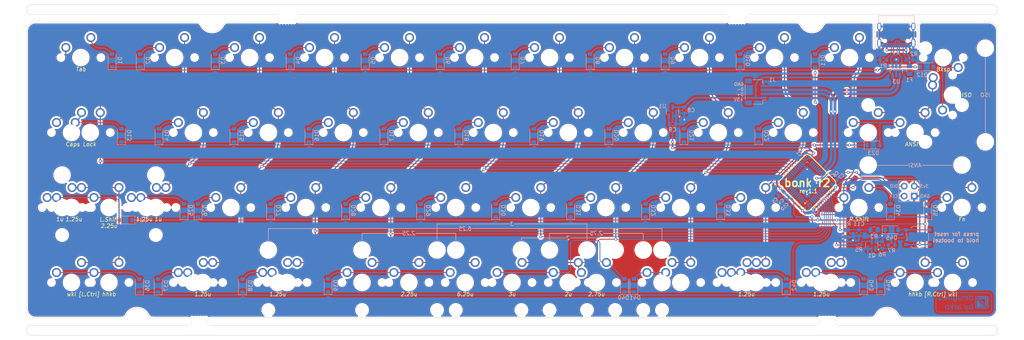
<source format=kicad_pcb>
(kicad_pcb (version 20241229) (generator "pcbnew") (generator_version "9.0")
  (layers (0 "F.Cu" signal) (2 "B.Cu" signal) (13 "F.Paste" user) (15 "B.Paste" user) (5 "F.SilkS" user "F.Silkscreen") (7 "B.SilkS" user "B.Silkscreen") (1 "F.Mask" user) (3 "B.Mask" user) (25 "Edge.Cuts" user))
  (net 0 "")
  (net 1 "Net-(D1-A)")
  (net 2 "Net-(D2-A)")
  (net 3 "Net-(D3-A)")
  (net 4 "Net-(D4-A)")
  (net 5 "Net-(D5-A)")
  (net 6 "Net-(D6-A)")
  (net 7 "Net-(D7-A)")
  (net 8 "Net-(D8-A)")
  (net 9 "Net-(D9-A)")
  (net 10 "Net-(D10-A)")
  (net 11 "Net-(D11-A)")
  (net 12 "Net-(D13-A)")
  (net 13 "Net-(D14-A)")
  (net 14 "Net-(D15-A)")
  (net 15 "Net-(D16-A)")
  (net 16 "Net-(D17-A)")
  (net 17 "Net-(D18-A)")
  (net 18 "Net-(D19-A)")
  (net 19 "Net-(D20-A)")
  (net 20 "Net-(D21-A)")
  (net 21 "Net-(D22-A)")
  (net 22 "Net-(D23-A)")
  (net 23 "Net-(D26-A)")
  (net 24 "Net-(D27-A)")
  (net 25 "Net-(D29-A)")
  (net 26 "Net-(D30-A)")
  (net 27 "Net-(D31-A)")
  (net 28 "Net-(D32-A)")
  (net 29 "Net-(D33-A)")
  (net 30 "Net-(D34-A)")
  (net 31 "Net-(D36-A)")
  (net 32 "Net-(D37-A)")
  (net 33 "Net-(D39-A)")
  (net 34 "Net-(D12-A)")
  (net 35 "Net-(D24-A)")
  (net 36 "Net-(D38-A)")
  (net 37 "+5V")
  (net 38 "D-")
  (net 39 "D+")
  (net 40 "row0")
  (net 41 "col11")
  (net 42 "row1")
  (net 43 "row3")
  (net 44 "col0")
  (net 45 "col1")
  (net 46 "col2")
  (net 47 "col3")
  (net 48 "col4")
  (net 49 "col5")
  (net 50 "col6")
  (net 51 "col7")
  (net 52 "col8")
  (net 53 "col9")
  (net 54 "col10")
  (net 55 "GND")
  (net 56 "Net-(D25-A)")
  (net 57 "Net-(D28-A)")
  (net 58 "Net-(D35-A)")
  (net 59 "+3V3")
  (net 60 "BOOT")
  (net 70 "Net-(D40-A)")
  (net 71 "Net-(D41-A)")
  (net 72 "Net-(D42-A)")
  (net 73 "Net-(D43-A)")
  (net 75 "row2")
  (net 76 "Net-(D44-A)")
  (net 84 "SWDIO")
  (net 85 "nRST")
  (net 86 "SWCLK")
  (net 87 "Net-(J4-D--PadA7)")
  (net 88 "Net-(J4-D+-PadA6)")
  (net 89 "Net-(J4-CC2)")
  (net 90 "Net-(J4-CC1)")
  (net 91 "Net-(F1-Pad1)")
  (net 92 "Net-(D45-K)")
  (net 93 "Net-(D45-A)")
  (net 94 "Net-(Q1-D)")
  (net 95 "Net-(Q1-G)")
  (footprint "PCM_marbastlib-mx:SW_MX_1u" (layer "F.Cu") (at 22.32421 60.424178)
    (property "Reference" "MX43" (hide yes))
    (property "Value" "MX_SW_solder")
  )
  (footprint "PCM_marbastlib-mx:SW_MX_1u" (layer "F.Cu") (at 34.23045 60.424178)
    (property "Reference" "MX25" (hide yes))
    (property "Value" "MX_SW_solder")
  )
  (footprint "PCM_marbastlib-mx:SW_MX_1u" (layer "F.Cu") (at 55.661682 41.374194)
    (property "Reference" "MX15" (hide yes))
    (property "Value" "MX_SW_solder")
  )
  (footprint "PCM_marbastlib-mx:SW_MX_1.25u" (layer "F.Cu") (at 24.705458 60.424178)
    (property "Reference" "MX26" (hide yes))
    (property "Value" "MX_SW_solder")
  )
  (footprint "PCM_marbastlib-mx:STAB_MX_3u" (layer "F.Cu") (at 136.624114 79.474162 180)
    (property "Reference" "S3" (hide yes))
    (property "Value" "3")
  )
  (footprint "PCM_marbastlib-mx:SW_MX_1u" (layer "F.Cu") (at 146.149206 22.32421)
    (property "Reference" "MX7" (hide yes))
    (property "Value" "MX_SW_solder" (hide yes))
  )
  (footprint "PCM_marbastlib-mx:SW_MX_1u" (layer "F.Cu") (at 189.011634 41.374194)
    (property "Reference" "MX22" (hide yes))
    (property "Value" "MX_SW_solder" (hide yes))
  )
  (footprint "PCM_marbastlib-mx:STAB_MX_ISO" (layer "F.Cu") (at 248.622138 31.849192)
    (property "Reference" "S8" (hide yes))
    (property "Value" "ISO")
  )
  (footprint "PCM_marbastlib-mx:SW_MX_1u" (layer "F.Cu") (at 103.286642 60.424178)
    (property "Reference" "MX30" (hide yes))
    (property "Value" "MX_SW_solder")
  )
  (footprint "PCM_marbastlib-mx:STAB_MX_2.25u" (layer "F.Cu") (at 34.23045 60.424178 180)
    (property "Reference" "S2" (hide yes))
    (property "Value" "2.25")
  )
  (footprint "PCM_marbastlib-mx:SW_MX_1u" (layer "F.Cu") (at 98.524146 79.474162)
    (property "Reference" "MX60" (hide yes))
    (property "Value" "MX_SW_solder")
  )
  (footprint "PCM_marbastlib-mx:SW_MX_1u" (layer "F.Cu") (at 217.586546 79.474162)
    (property "Reference" "MX54" (hide yes))
    (property "Value" "MX_SW_solder")
  )
  (footprint "PCM_marbastlib-mx:SW_MX_1.5u" (layer "F.Cu") (at 27.086706 22.32421)
    (property "Reference" "MX1" (hide yes))
    (property "Value" "MX_SW_solder" (hide yes))
  )
  (footprint "PCM_marbastlib-mx:SW_MX_1.25u" (layer "F.Cu") (at 77.092914 79.474162)
    (property "Reference" "MX41" (hide yes))
    (property "Value" "MX_SW_solder")
  )
  (footprint "PCM_marbastlib-mx:SW_MX_1u" (layer "F.Cu") (at 122.336626 60.424178)
    (property "Reference" "MX31" (hide yes))
    (property "Value" "MX_SW_solder")
  )
  (footprint "PCM_marbastlib-mx:SW_MX_1u" (layer "F.Cu") (at 150.911602 79.474162)
    (property "Reference" "MX47" (hide yes))
    (property "Value" "MX_SW_solder")
  )
  (footprint "PCM_marbastlib-mx:SW_MX_1u" (layer "F.Cu") (at 88.999206 22.32421)
    (property "Reference" "MX4" (hide yes))
    (property "Value" "MX_SW_solder" (hide yes))
  )
  (footprint "PCM_marbastlib-mx:SW_MX_1u" (layer "F.Cu") (at 84.236658 60.424178)
    (property "Reference" "MX29" (hide yes))
    (property "Value" "MX_SW_solder")
  )
  (footprint "PCM_marbastlib-mx:SW_MX_1u" (layer "F.Cu") (at 179.486578 60.424178)
    (property "Reference" "MX34" (hide yes))
    (property "Value" "MX_SW_solder")
  )
  (footprint "PCM_marbastlib-mx:SW_MX_1u" (layer "F.Cu") (at 184.249206 22.32421)
    (property "Reference" "MX9" (hide yes))
    (property "Value" "MX_SW_solder" (hide yes))
  )
  (footprint "PCM_marbastlib-various:mousebites_2mm" (layer "F.Cu") (at 193.774066 13.3742 -90)
    (property "Reference" "REF**" (hide yes))
    (property "Value" "mousebites 2mm" (hide yes))
    (fp_arc (start -2 3) (mid -1 2) (end 0 3) (stroke (width 0.05)) (layer "Edge.Cuts"))
    (fp_arc (start 0 -3) (mid -1 -2) (end -2 -3) (stroke (width 0.05)) (layer "Edge.Cuts"))
  )
  (footprint "PCM_marbastlib-mx:SW_MX_1u" (layer "F.Cu") (at 227.111538 41.374194)
    (property "Reference" "MX57" (hide yes))
    (property "Value" "MX_SW_solder")
  )
  (footprint "PCM_marbastlib-mx:SW_MX_1.25u" (layer "F.Cu") (at 239.017778 79.474162)
    (property "Reference" "MX55" (hide yes))
    (property "Value" "MX_SW_solder")
  )
  (footprint "PCM_marbastlib-mx:SW_MX_1.75u_STP_1.25" (layer "F.Cu") (at 24.705458 41.374194)
    (property "Reference" "MX14" (hide yes))
    (property "Value" "MX_SW_solder")
  )
  (footprint "PCM_marbastlib-mx:SW_MX_1u" (layer "F.Cu") (at 222.349206 22.32421)
    (property "Reference" "MX11" (hide yes))
    (property "Value" "MX_SW_solder" (hide yes))
  )
  (footprint "PCM_marbastlib-mx:SW_MX_1u" (layer "F.Cu") (at 203.299206 22.32421)
    (property "Reference" "MX10" (hide yes))
    (property "Value" "MX_SW_solder" (hide yes))
  )
  (footprint "PCM_marbastlib-mx:SW_MX_1u" (layer "F.Cu") (at 165.199206 22.32421)
    (property "Reference" "MX8" (hide yes))
    (property "Value" "MX_SW_solder" (hide yes))
  )
  (footprint "PCM_marbastlib-mx:SW_MX_1u" (layer "F.Cu") (at 150.911634 41.374194)
    (property "Reference" "MX20" (hide yes))
    (property "Value" "MX_SW_solder" (hide yes))
  )
  (footprint "PCM_marbastlib-mx:SW_MX_1.25u" (layer "F.Cu") (at 58.04293 79.474162)
    (property "Reference" "MX39" (hide yes))
    (property "Value" "MX_SW_solder")
  )
  (footprint "PCM_marbastlib-mx:SW_MX_1u" (layer "F.Cu") (at 250.924018 60.424178)
    (property "Reference" "MX37" (hide yes))
    (property "Value" "MX_SW_solder")
  )
  (footprint "PCM_marbastlib-mx:SW_MX_1u" (layer "F.Cu") (at 136.624114 79.474162)
    (property "Reference" "MX61" (hide yes))
    (property "Value" "MX_SW_solder")
  )
  (footprint "PCM_marbastlib-various:mousebites_2mm" (layer "F.Cu") (at 79.474162 13.3742 -90)
    (property "Reference" "REF**" (hide yes))
    (property "Value" "mousebites 2mm" (hide yes))
    (fp_arc (start -2 3) (mid -1 2) (end 0 3) (stroke (width 0.05)) (layer "Edge.Cuts"))
    (fp_arc (start 0 -3) (mid -1 -2) (end -2 -3) (stroke (width 0.05)) (layer "Edge.Cuts"))
  )
  (footprint "PCM_marbastlib-mx:STAB_MX_2.75u" (layer "F.Cu") (at 158.055346 79.474162 180)
    (property "Reference" "S7" (hide yes))
    (property "Value" "2.75")
  )
  (footprint "PCM_marbastlib-mx:SW_MX_1u" (layer "F.Cu") (at 74.711666 41.374194)
    (property "Reference" "MX16" (hide yes))
    (property "Value" "MX_SW_solder" (hide yes))
  )
  (footprint "PCM_marbastlib-mx:SW_MX_1u" (layer "F.Cu") (at 141.38661 60.42421)
    (property "Reference" "MX32" (hide yes))
    (property "Value" "MX_SW_solder")
  )
  (footprint "PCM_marbastlib-mx:SW_MX_1u" (layer "F.Cu") (at 158.055346 79.474162)
    (property "Reference" "MX48" (hide yes))
    (property "Value" "MX_SW_solder")
  )
  (footprint "PCM_marbastlib-mx:STAB_MX_2.25u" (layer "F.Cu") (at 110.430386 79.474162 180)
    (property "Reference" "S6" (hide yes))
    (property "Value" "2.25")
  )
  (footprint "PCM_marbastlib-mx:SW_MX_1u" (layer "F.Cu") (at 193.774066 79.474162)
    (property "Reference" "MX51" (hide yes))
    (property "Value" "MX_SW_solder")
  )
  (footprint "PCM_marbastlib-mx:SW_MX_1u" (layer "F.Cu") (at 208.061634 41.374194)
    (property "Reference" "MX23" (hide yes))
    (property "Value" "MX_SW_solder" (hide yes))
  )
  (footprint "MountingHole:ToolingHole_1.152mm" (layer "F.Cu") (at 258.365418 10.151945 180)
    (property "Reference" "REF**" (hide yes))
    (property "Value" "ToolingHole_1.152mm")
  )
  (footprint "PCM_marbastlib-mx:SW_MX_1.25u" (layer "F.Cu") (at 248.54277 79.474162)
    (property "Reference" "MX58" (hide yes))
    (property "Value" "MX_SW_solder")
  )
  (footprint "PCM_marbastlib-mx:SW_MX_1.25u" (layer "F.Cu") (at 215.205298 79.474162)
    (property "Reference" "MX53" (hide yes))
    (property "Value" "MX_SW_solder")
  )
  (footprint "MountingHole:ToolingHole_1.152mm" (layer "F.Cu") (at 258.365418 91.646455 180)
    (property "Reference" "REF**" (hide yes))
    (property "Value" "ToolingHole_1.152mm")
  )
  (footprint "PCM_marbastlib-mx:SW_MX_1u" (layer "F.Cu") (at 79.474162 79.474162)
    (property "Reference" "MX42" (hide yes))
    (property "Value" "MX_SW_solder")
  )
  (footprint "PCM_marbastlib-mx:SW_MX_1u" (layer "F.Cu") (at 174.724082 79.474162)
    (property "Reference" "MX62" (hide yes))
    (property "Value" "MX_SW_solder")
  )
  (footprint "PCM_marbastlib-mx:SW_MX_1u" (layer "F.Cu") (at 179.486578 79.474162)
    (property "Reference" "MX49" (hide yes))
    (property "Value" "MX_SW_solder")
  )
  (footprint "PCM_marbastlib-mx:SW_MX_1u" (layer "F.Cu") (at 112.811634 41.374194)
    (property "Reference" "MX18" (hide yes))
    (property "Value" "MX_SW_solder" (hide yes))
  )
  (footprint "PCM_marbastlib-mx:SW_MX_1u" (layer "F.Cu") (at 248.54277 31.849202 90)
    (property "Reference" "MX56" (hide yes))
    (property "Value" "MX_SW_solder")
  )
  (footprint "PCM_marbastlib-mx:SW_MX_1u" (layer "F.Cu") (at 198.536562 79.474162)
    (property "Reference" "MX52" (hide yes))
    (property "Value" "MX_SW_solder")
  )
  (footprint "PCM_marbastlib-mx:SW_MX_1u" (layer "F.Cu") (at 46.13669 60.424178)
    (property "Reference" "MX27" (hide yes))
    (property "Value" "MX_SW_solder")
  )
  (footprint "PCM_marbastlib-mx:STAB_MX_2.25u" (layer "F.Cu") (at 239.017814 41.374194)
    (property "Reference" "S1" (hide yes))
    (property "Value" "2.25")
  )
  (footprint "PCM_marbastlib-mx:SW_MX_1u" (layer "F.Cu") (at 93.76165 41.374194)
    (property "Reference" "MX17" (hide yes))
    (property "Value" "MX_SW_solder" (hide yes))
  )
  (footprint "MountingHole:ToolingHole_1.152mm" (layer "F.Cu") (at 14.88281 91.646455)
    (property "Reference" "REF**" (hide yes))
    (property "Value" "ToolingHole_1.152mm")
  )
  (footprint "PCM_marbastlib-mx:SW_MX_1u" (layer "F.Cu") (at 131.861634 41.374194)
    (property "Reference" "MX19" (hide yes))
    (property "Value" "MX_SW_solder" (hide yes))
  )
  (footprint "PCM_marbastlib-mx:SW_MX_1u" (layer "F.Cu") (at 69.949206 22.32421)
    (property "Reference" "MX3" (hide yes))
    (property "Value" "MX_SW_solder" (hide yes))
  )
  (footprint "PCM_marbastlib-mx:SW_MX_1u" (layer "F.Cu") (at 110.430386 79.474162)
    (property "Reference" "MX44" (hide yes))
    (property "Value" "MX_SW_solder")
  )
  (footprint "PCM_marbastlib-mx:SW_MX_1u" (layer "F.Cu") (at 65.186674 60.424178)
    (property "Reference" "MX28" (hide yes))
    (property "Value" "MX_SW_solder")
  )
  (footprint "PCM_marbastlib-mx:SW_MX_1u" (layer "F.Cu") (at 127.099206 22.32421)
    (property "Reference" "MX6" (hide yes))
    (property "Value" "MX_SW_solder" (hide yes))
  )
  (footprint "PCM_marbastlib-mx:SW_MX_1.75u" (layer "F.Cu") (at 29.467954 41.374194)
    (property "Reference" "MX13" (hide yes))
    (property "Value" "MX_SW_solder")
  )
  (footprint "PCM_marbastlib-mx:SW_MX_1u" (layer "F.Cu") (at 55.661682 79.474162)
    (property "Reference" "MX40" (hide yes))
    (property "Value" "MX_SW_solder")
  )
  (footprint "PCM_marbastlib-mx:SW_MX_1u" (layer "F.Cu") (at 124.717874 79.474162)
    (property "Reference" "MX46" (hide yes))
    (property "Value" "MX_SW_solder")
  )
  (footprint "PCM_marbastlib-mx:SW_MX_1u" (layer "F.Cu") (at 169.961634 41.374194)
    (property "Reference" "MX21" (hide yes))
    (property "Value" "MX_SW_solder" (hide yes))
  )
  (footprint "MountingHole:ToolingHole_1.152mm" (layer "F.Cu") (at 14.88281 10.151945)
    (property "Reference" "REF**" (hide yes))
    (property "Value" "ToolingHole_1.152mm")
  )
  (footprint "PCM_marbastlib-mx:SW_MX_1u" (layer "F.Cu") (at 108.049206 22.32421)
    (property "Reference" "MX5" (hide yes))
    (property "Value" "MX_SW_solder" (hide yes))
  )
  (footprint "PCM_marbastlib-mx:STAB_MX_6.25u" (layer "F.Cu") (at 124.717874 79.474162 180)
    (property "Reference" "S5" (hide yes))
    (property "Value" "6.25")
  )
  (footprint "PCM_marbastlib-mx:SW_MX_1u" (layer "F.Cu") (at 160.436594 60.42421)
    (property "Reference" "MX33" (hide yes))
    (property "Value" "MX_SW_solder" (hide yes))
  )
  (footprint "PCM_marbastlib-mx:SW_MX_1u" (layer "F.Cu") (at 198.536562 60.424178)
    (property "Reference" "MX35" (hide yes))
    (property "Value" "MX_SW_solder" (hide yes))
  )
  (footprint "PCM_marbastlib-mx:SW_MX_1.5u" (layer "F.Cu") (at 246.161522 22.32421 180)
    (property "Reference" "MX12" (hide yes))
    (property "Value" "MX_SW_solder")
  )
  (footprint "PCM_marbastlib-mx:SW_MX_1u" (layer "F.Cu") (at 50.899206 22.32421)
    (property "Reference" "MX2" (hide yes))
    (property "Value" "MX_SW_solder" (hide yes))
  )
  (footprint "PCM_marbastlib-mx:SW_MX_1.25u" (layer "F.Cu") (at 24.705458 79.474162)
    (property "Reference" "MX59" (hide yes))
    (property "Value" "MX_SW_solder")
  )
  (footprint "PCM_marbastlib-mx:SW_MX_1.25u" (layer "F.Cu") (at 43.755442 60.424178)
    (property "Reference" "MX45" (hide yes))
    (property "Value" "MX_SW_solder")
  )
  (footprint "PCM_marbastlib-various:mousebites_2mm" (layer "F.Cu") (at 216.693578 88.4242 90)
    (property "Reference" "REF**" (hide yes))
    (property "Value" "mousebites 2mm" (hide yes))
    (fp_arc (start 0 -3) (mid -1 -2) (end -2 -3) (stroke (width 0.05)) (layer "Edge.Cuts"))
    (fp_arc (start -2 3) (mid -1 2) (end 0 3) (stroke (width 0.05)) (layer "Edge.Cuts"))
  )
  (footprint "PCM_marbastlib-mx:SW_MX_1.75u" (layer "F.Cu") (at 224.73029 60.424178)
    (property "Reference" "MX36" (hide yes))
    (property "Value" "MX_SW_solder")
  )
  (footprint "PCM_marbastlib-mx:SW_MX_1.25u" (layer "F.Cu") (at 34.23045 79.474162)
    (property "Reference" "MX38" (hide yes))
    (property "Value" "MX_SW_solder")
  )
  (footprint "PCM_marbastlib-various:mousebites_2mm" (layer "F.Cu") (at 57.149962 88.4242 90)
    (property "Reference" "REF**" (hide yes))
    (property "Value" "mousebites 2mm" (hide yes))
    (fp_arc (start 0 -3) (mid -1 -2) (end -2 -3) (stroke (width 0.05)) (layer "Edge.Cuts"))
    (fp_arc (start -2 3) (mid -1 2) (end 0 3) (stroke (width 0.05)) (layer "Edge.Cuts"))
  )
  (footprint "PCM_marbastlib-mx:SW_MX_1.25u" (layer "F.Cu") (at 196.155314 79.474162)
    (property "Reference" "MX50" (hide yes))
    (property "Value" "MX_SW_solder")
  )
  (footprint "PCM_marbastlib-mx:SW_MX_1u" (layer "F.Cu") (at 239.017814 41.374194)
    (property "Reference" "MX24" (hide yes))
    (property "Value" "MX_SW_solder" (hide yes))
  )
  (footprint "PCM_marbastlib-mx:STAB_MX_2u" (layer "F.Cu") (at 150.911602 79.474162 180)
    (property "Reference" "S4" (hide yes))
    (property "Value" "2")
  )
  (footprint "Connector_USB:USB_C_Receptacle_G-Switch_GT-USB-7010ASV" (layer "B.Cu") (at 234.255282 15.5)
    (property "Reference" "J4")
    (property "Value" "USB_C_Receptacle_USB2.0_14P")
  )
  (footprint "Diode_SMD:D_SOD-123" (layer "B.Cu") (at 99.317956 23.05546 90)
    (property "Reference" "D5")
    (property "Value" "1N4148W")
  )
  (footprint "Diode_SMD:D_SOD-123" (layer "B.Cu") (at 80.267956 23.05546 90)
    (property "Reference" "D4")
    (property "Value" "1N4148W")
  )
  (footprint "Diode_SMD:D_SOD-123" (layer "B.Cu") (at 167.580338 80.205412 90)
    (property "Reference" "D41")
    (property "Value" "1N4148W")
  )
  (footprint "Capacitor_SMD:C_0402_1005Metric" (layer "B.Cu") (at 217.645661 53.166839 45)
    (property "Reference" "C6")
    (property "Value" "10n")
  )
  (footprint "Button_Switch_SMD:SW_Push_1P1T_XKB_TS-1187A" (layer "B.Cu") (at 239.702154 67.954642 180)
    (property "Reference" "SW1" (hide yes))
    (property "Value" "SW_Push")
  )
  (footprint "Resistor_SMD:R_0402_1005Metric_Pad0.72x0.64mm_HandSolder" (layer "B.Cu") (at 224.73029 69.94917)
    (property "Reference" "R5")
    (property "Value" "100")
  )
  (footprint "Resistor_SMD:R_0603_1608Metric" (layer "B.Cu") (at 237.580282 22.948426 180)
    (property "Reference" "R2")
    (property "Value" "5.1k")
  )
  (footprint "Resistor_SMD:R_0805_2012Metric" (layer "B.Cu") (at 228.599818 66.079642)
    (property "Reference" "R3")
    (property "Value" "330k")
  )
  (footprint "Resistor_SMD:R_0603_1608Metric_Pad0.98x0.95mm_HandSolder" (layer "B.Cu") (at 230.663878 69.97417 -90)
    (property "Reference" "R6")
    (property "Value" "10k")
  )
  (footprint "Diode_SMD:D_SOD-123" (layer "B.Cu") (at 123.130456 42.10546 90)
    (property "Reference" "D18")
    (property "Value" "1N4148W")
  )
  (footprint "Capacitor_SMD:C_0603_1608Metric" (layer "B.Cu") (at 177.402986 39.191386)
    (property "Reference" "C9")
    (property "Value" "1u")
  )
  (footprint "Capacitor_SMD:C_0402_1005Metric" (layer "B.Cu") (at 212.345661 59.945661 -45)
    (property "Reference" "C2")
    (property "Value" "100n")
  )
  (footprint "Resistor_SMD:R_0805_2012Metric" (layer "B.Cu") (at 221.75373 66.992142 90)
    (property "Reference" "R4")
    (property "Value" "1M")
  )
  (footprint "Package_QFP:LQFP-48_7x7mm_P0.5mm" (layer "B.Cu") (at 211.60625 53.90625 45)
    (property "Reference" "U2")
    (property "Value" "STM32F072CBTx")
  )
  (footprint "Diode_SMD:D_SOD-123" (layer "B.Cu") (at 89.892122 80.205412 90)
    (property "Reference" "D39")
    (property "Value" "1N4148W")
  )
  (footprint "Diode_SMD:D_SOD-123" (layer "B.Cu") (at 46.930456 42.10546 90)
    (property "Reference" "D14")
    (property "Value" "1N4148W")
  )
  (footprint "Diode_SMD:D_SOD-123" (layer "B.Cu") (at 241.994338 24.705458)
    (property "Reference" "D12")
    (property "Value" "1N4148W")
  )
  (footprint "Diode_SMD:D_SOD-123" (layer "B.Cu") (at 165.19909 80.205412 90)
    (property "Reference" "D40")
    (property "Value" "1N4148W")
  )
  (footprint "Diode_SMD:D_SOD-123" (layer "B.Cu") (at 104.080456 42.10546 90)
    (property "Reference" "D17")
    (property "Value" "1N4148W")
  )
  (footprint "Diode_SMD:D_SOD-123" (layer "B.Cu") (at 199.330456 42.10546 90)
    (property "Reference" "D22")
    (property "Value" "1N4148W")
  )
  (footprint "Capacitor_SMD:C_0402_1005Metric" (layer "B.Cu") (at 210.85625 47.936754 135)
    (property "Reference" "C1")
    (property "Value" "100n")
  )
  (footprint "Diode_SMD:D_SOD-123" (layer "B.Cu") (at 46.732002 80.267912 90)
    (property "Reference" "D37")
    (property "Value" "1N4148W")
  )
  (footprint "Diode_SMD:D_SOD-123" (layer "B.Cu") (at 232.767002 61.15546 90)
    (property "Reference" "D34")
    (property "Value" "1N4148W")
  )
  (footprint "Package_TO_SOT_SMD:SOT-23-6" (layer "B.Cu") (at 234.255282 25.598426 -90)
    (property "Reference" "U3")
    (property "Value" "USBLC6-2SC6")
  )
  (footprint "Capacitor_SMD:C_0402_1005Metric" (layer "B.Cu") (at 207.366839 58.645661 45)
    (property "Reference" "C10")
    (property "Value" "100n")
  )
  (footprint "Fuse:Fuse_0805_2012Metric" (layer "B.Cu") (at 237.580282 25.498426 -90)
    (property "Reference" "F1")
    (property "Value" "500mA")
  )
  (footprint "Diode_SMD:D_SOD-123" (layer "B.Cu") (at 156.467956 23.05546 90)
    (property "Reference" "D8")
    (property "Value" "1N4148W")
  )
  (footprint "Diode_SMD:D_SOD-123" (layer "B.Cu") (at 206.275618 80.205412 90)
    (property "Reference" "D42")
    (property "Value" "1N4148W")
  )
  (footprint "Diode_SMD:D_SOD-123" (layer "B.Cu") (at 175.517956 23.05546 90)
    (property "Reference" "D9")
    (property "Value" "1N4148W")
  )
  (footprint "Diode_SMD:D_SOD-123" (layer "B.Cu") (at 61.217956 23.05546 90)
    (property "Reference" "D3")
    (property "Value" "1N4148W")
  )
  (footprint "Diode_SMD:D_SOD-123" (layer "B.Cu") (at 41.969506 80.267912 90)
    (property "Reference" "D36")
    (property "Value" "1N4148W")
  )
  (footprint "Diode_SMD:D_SOD-123" (layer "B.Cu") (at 230.286528 80.205412 90)
    (property "Reference" "D44")
    (property "Value" "1N4148W")
  )
  (footprint "Connector_PinHeader_2.54mm:PinHeader_2x02_P2.54mm_Vertical" (layer "B.Cu") (at 238.804498 57.531994 90)
    (property "Reference" "J3" (hide yes))
    (property "Value" "Conn_01x04")
  )
  (footprint "Capacitor_SMD:C_0402_1005Metric" (layer "B.Cu") (at 206.166839 57.645661 -135)
    (property "Reference" "C4")
    (property "Value" "100n")
  )
  (footprint "Diode_SMD:D_SOD-123" (layer "B.Cu") (at 170.556994 61.15546 90)
    (property "Reference" "D32")
    (property "Value" "1N4148W")
  )
  (footprint "Resistor_SMD:R_0603_1608Metric" (layer "B.Cu") (at 230.930282 22.948426 180)
    (property "Reference" "R1")
    (property "Value" "5.1k")
  )
  (footprint "Diode_SMD:D_SOD-123" (layer "B.Cu") (at 38.461105 63.599176 180)
    (property "Reference" "D24")
    (property "Value" "1N4148W")
  )
  (footprint "Diode_SMD:D_SOD-123" (layer "B.Cu") (at 194.567956 23.05546 90)
    (property "Reference" "D10")
    (property "Value" "1N4148W")
  )
  (footprint "Diode_SMD:D_SOD-123" (layer "B.Cu") (at 35.024206 23.05546 90)
    (property "Reference" "D1")
    (property "Value" "1N4148W")
  )
  (footprint "Capacitor_SMD:C_0603_1608Metric" (layer "B.Cu") (at 205.033242 56.929258 -135)
    (property "Reference" "C5")
    (property "Value" "1u")
  )
  (footprint "Diode_SMD:D_SOD-123" (layer "B.Cu") (at 132.456994 61.15546 90)
    (property "Reference" "D30")
    (property "Value" "1N4148W")
  )
  (footprint "Diode_SMD:D_SOD-123" (layer "B.Cu") (at 142.180456 42.10546 90)
    (property "Reference" "D19")
    (property "Value" "1N4148W")
  )
  (footprint "Connector_JST:JST_SH_SM04B-SRSS-TB_1x04-1MP_P1.00mm_Horizontal" (layer "B.Cu") (at 198.536562 31.05546 90)
    (property "Reference" "J1")
    (property "Value" "Conn_01x04")
  )
  (footprint "Diode_SMD:D_SOD-123" (layer "B.Cu") (at 113.406994 61.15546 90)
    (property "Reference" "D29")
    (property "Value" "1N4148W")
  )
  (footprint "Diode_SMD:D_SOD-123" (layer "B.Cu") (at 180.280456 42.10546 90)
    (property "Reference" "D21")
    (property "Value" "1N4148W")
  )
  (footprint "designer:Arko's Designs" (layer "B.Cu") (at 254.336 82.887 180)
    (property "Reference" "REF**" (hide yes))
    (property "Value" "Arko's Designs" (hide yes))
  )
  (footprint "Diode_SMD:D_SOD-123" (layer "B.Cu") (at 225.920914 80.205412 90)
    (property "Reference" "D43")
    (property "Value" "1N4148W")
  )
  (footprint "Diode_SMD:D_SOD-123" (layer "B.Cu") (at 42.167956 23.05546 90)
    (property "Reference" "D2")
    (property "Value" "1N4148W")
  )
  (footprint "Diode_SMD:D_SOD-123" (layer "B.Cu") (at 233.064658 66.079642)
    (property "Reference" "D45")
    (property "Value" "1N4148W")
  )
  (footprint "Capacitor_SMD:C_0603_1608Metric" (layer "B.Cu") (at 218.58125 54.08125 45)
    (property "Reference" "C7")
    (property "Value" "4.7u")
  )
  (footprint "Diode_SMD:D_SOD-123" (layer "B.Cu") (at 56.852306 61.15546 90)
    (property "Reference" "D26")
    (property "Value" "1N4148W")
  )
  (footprint "Diode_SMD:D_SOD-123" (layer "B.Cu") (at 161.230456 42.10546 90)
    (property "Reference" "D20")
    (property "Value" "1N4148W")
  )
  (footprint "Diode_SMD:D_SOD-123" (layer "B.Cu") (at 53.280434 61.15546 90)
    (property "Reference" "D25")
    (property "Value" "1N4148W")
  )
  (footprint "Diode_SMD:D_SOD-123" (layer "B.Cu") (at 151.506994 61.15546 90)
    (property "Reference" "D31")
    (property "Value" "1N4148W")
  )
  (footprint "Capacitor_SMD:C_0603_1608Metric" (layer "B.Cu") (at 224.73029 66.854642 90)
    (property "Reference" "C11")
    (property "Value" "10u")
  )
  (footprint "Diode_SMD:D_SOD-123" (layer "B.Cu") (at 37.405456 42.10546 90)
    (property "Reference" "D13")
    (property "Value" "1N4148W")
  )
  (footprint "Diode_SMD:D_SOD-123" (layer "B.Cu") (at 85.030456 42.10546 90)
    (property "Reference" "D16")
    (property "Value" "1N4148W")
  )
  (footprint "Diode_SMD:D_SOD-123" (layer "B.Cu") (at 118.367956 23.05546 90)
    (property "Reference" "D6")
    (property "Value" "1N4148W")
  )
  (footprint "Diode_SMD:D_SOD-123" (layer "B.Cu") (at 137.417956 23.05546 90)
    (property "Reference" "D7")
    (property "Value" "1N4148W")
  )
  (footprint "Diode_SMD:D_SOD-123" (layer "B.Cu") (at 228.438098 44.54921)
    (property "Reference" "D23")
    (property "Value" "1N4148W")
  )
  (footprint "Diode_SMD:D_SOD-123" (layer "B.Cu") (at 189.606882 61.155428 90)
    (property "Reference" "D33")
    (property "Value" "1N4148W")
  )
  (footprint "Diode_SMD:D_SOD-123" (layer "B.Cu") (at 75.306994 61.15546 90)
    (property "Reference" "D27")
    (property "Value" "1N4148W")
  )
  (footprint "Diode_SMD:D_SOD-123" (layer "B.Cu") (at 213.617956 23.05546 90)
    (property "Reference" "D11")
    (property "Value" "1N4148W")
  )
  (footprint "Capacitor_SMD:C_0603_1608Metric" (layer "B.Cu") (at 180.40625 35.68125 -90)
    (property "Reference" "C8")
    (property "Value" "1u")
  )
  (footprint "Diode_SMD:D_SOD-123" (layer "B.Cu") (at 65.980456 42.10546 90)
    (property "Reference" "D15")
    (property "Value" "1N4148W")
  )
  (footprint "Diode_SMD:D_SOD-123" (layer "B.Cu") (at 242.205615 61.15546 90)
    (property "Reference" "D35")
    (property "Value" "1N4148W")
  )
  (footprint "Capacitor_SMD:C_0603_1608Metric" (layer "B.Cu") (at 211.779074 47.036754 135)
    (property "Reference" "C3")
    (property "Value" "4.7u")
  )
  (footprint "Package_TO_SOT_SMD:SOT-23" (layer "B.Cu") (at 228.004506 69.94917 90)
    (property "Reference" "Q1")
    (property "Value" "2N7002")
  )
  (footprint "Diode_SMD:D_SOD-123" (layer "B.Cu") (at 94.356994 61.15546 90)
    (property "Reference" "D28")
    (property "Value" "1N4148W")
  )
  (footprint "Package_TO_SOT_SMD:SOT-23-3" (layer "B.Cu") (at 177.402986 36.04375 90)
    (property "Reference" "U1")
    (property "Value" "XC6206PxxxMR")
  )
  (footprint "Diode_SMD:D_SOD-123" (layer "B.Cu") (at 68.163234 80.267912 90)
    (property "Reference" "D38")
    (property "Value" "1N4148W")
  )
  (footprint "Resistor_SMD:R_0603_1608Metric" (layer "B.Cu") (at 233.064658 69.94917 180)
    (property "Reference" "R7")
    (property "Value" "1k")
  )
  (gr_arc (start 204.790624 54.850005) (mid 204.497723 54.142899) (end 204.790624 53.435791) (stroke (width 0.25)) (layer "F.SilkS"))
  (gr_line (start 218.53058 54.850005) (end 212.367709 61.012876) (stroke (width 0.25)) (layer "F.SilkS"))
  (gr_line (start 204.790624 53.435791) (end 210.953495 47.27292) (stroke (width 0.25)) (layer "F.SilkS"))
  (gr_arc (start 218.53058 53.435791) (mid 218.823483 54.142899) (end 218.53058 54.850005) (stroke (width 0.25)) (layer "F.SilkS"))
  (gr_line (start 212.367709 47.27292) (end 218.53058 53.435791) (stroke (width 0.25)) (layer "F.SilkS"))
  (gr_arc (start 212.367709 61.012876) (mid 211.660602 61.305769) (end 210.953495 61.012876) (stroke (width 0.25)) (layer "F.SilkS"))
  (gr_arc (start 210.953495 47.27292) (mid 211.660602 46.980027) (end 212.367709 47.27292) (stroke (width 0.25)) (layer "F.SilkS"))
  (gr_line (start 210.953495 61.012876) (end 204.790624 54.850005) (stroke (width 0.25)) (layer "F.SilkS"))
  (gr_line (start 229.492786 49.708562) (end 237.231842 49.708562) (stroke (width 0.15)) (layer "B.SilkS"))
  (gr_line (start 169.961586 66.97261) (end 159.841282 66.97261) (stroke (width 0.15)) (layer "B.SilkS"))
  (gr_line (start 169.961586 68.758546) (end 169.961586 66.97261) (stroke (width 0.15)) (layer "B.SilkS"))
  (gr_line (start 156.26941 66.97261) (end 146.149106 66.97261) (stroke (width 0.15)) (layer "B.SilkS"))
  (gr_line (start 155.674098 68.758546) (end 155.674098 64.591362) (stroke (width 0.15)) (layer "B.SilkS"))
  (gr_line (start 162.817842 68.163234) (end 151.506914 68.163234) (stroke (width 0.15)) (layer "B.SilkS"))
  (gr_line (start 74.711666 65.781986) (end 74.711666 68.758546) (stroke (width 0.15)) (layer "B.SilkS"))
  (gr_line (start 256.877138 32.74217) (end 256.877138 41.374194) (stroke (width 0.15)) (layer "B.SilkS"))
  (gr_line (start 136.028802 64.591362) (end 117.57413 64.591362) (stroke (width 0.15)) (layer "B.SilkS"))
  (gr_line (start 150.31629 68.163234) (end 139.005362 68.163234) (stroke (width 0.15)) (layer "B.SilkS"))
  (gr_line (start 122.931938 65.781986) (end 74.711666 65.781986) (stroke (width 0.15)) (layer "B.SilkS"))
  (gr_line (start 240.803714 49.708562) (end 248.54277 49.708562) (stroke (width 0.15)) (layer "B.SilkS"))
  (gr_line (start 122.336626 68.758546) (end 122.336626 66.97261) (stroke (width 0.15)) (layer "B.SilkS"))
  (gr_line (start 162.817842 68.758546) (end 162.817842 68.163234) (stroke (width 0.15)) (layer "B.SilkS"))
  (gr_line (start 122.336626 66.97261) (end 112.216322 66.97261) (stroke (width 0.15)) (layer "B.SilkS"))
  (gr_line (start 117.57413 64.591362) (end 117.57413 68.758546) (stroke (width 0.15)) (layer "B.SilkS"))
  (gr_line (start 146.149106 66.97261) (end 146.149106 68.758546) (stroke (width 0.15)) (layer "B.SilkS"))
  (gr_line (start 174.724082 65.781986) (end 174.724082 68.758546) (stroke (width 0.15)) (layer "B.SilkS"))
  (gr_line (start 98.524146 66.97261) (end 98.524146 68.758546) (stroke (width 0.15)) (layer "B.SilkS"))
  (gr_line (start 256.877138 22.32421) (end 256.877138 30.956234) (stroke (width 0.15)) (layer "B.SilkS"))
  (gr_line (start 126.50381 65.781986) (end 174.724082 65.781986) (stroke (width 0.15)) (layer "B.SilkS"))
  (gr_line (start 108.64445 66.97261) (end 98.524146 66.97261) (stroke (width 0.15)) (layer "B.SilkS"))
  (gr_line (start 139.005362 68.163234) (end 139.005362 68.758546) (stroke (width 0.15)) (layer "B.SilkS"))
  (gr_line (start 155.674098 64.591362) (end 137.219426 64.591362) (stroke (width 0.15)) (layer "B.SilkS"))
  (gr_line (start 13.3734 15.6242) (end 13.373411 86.1742) (stroke (width 0.1)) (layer "Edge.Cuts"))
  (gr_arc (start 259.0734 90.4242) (mid 259.639085 90.658515) (end 259.8734 91.2242) (stroke (width 0.1)) (layer "Edge.Cuts"))
  (gr_line (start 229.397474 13.3742) (end 228.897474 13.8742) (stroke (width 0.1)) (layer "Edge.Cuts"))
  (gr_arc (start 235.99714 88.4242) (mid 235.219401 88.206874) (end 234.667106 87.617748) (stroke (width 0.1)) (layer "Edge.Cuts"))
  (gr_line (start 227.997475 13.3742) (end 228.497474 13.87508) (stroke (width 0.1)) (layer "Edge.Cuts"))
  (gr_line (start 235.99714 88.4242) (end 257.6234 88.4242) (stroke (width 0.1)) (layer "Edge.Cuts"))
  (gr_arc (start 14.1749 92.86871) (mid 13.609215 92.634395) (end 13.3749 92.06871) (stroke (width 0.1)) (layer "Edge.Cuts"))
  (gr_line (start 196.7741 11.3742) (end 259.0734 11.3742) (stroke (width 0.1)) (layer "Edge.Cuts"))
  (gr_line (start 13.3749 91.224199) (end 13.3749 92.06871) (stroke (width 0.1)) (layer "Edge.Cuts"))
  (gr_arc (start 259.0734 8.92969) (mid 259.639089 9.164004) (end 259.8734 9.72969) (stroke (width 0.1)) (layer "Edge.Cuts"))
  (gr_arc (start 63.21725 14.180652) (mid 63.769588 13.591593) (end 64.547284 13.3742) (stroke (width 0.1)) (layer "Edge.Cuts"))
  (gr_line (start 14.1749 11.3742) (end 76.4742 11.3742) (stroke (width 0.1)) (layer "Edge.Cuts"))
  (gr_arc (start 257.6234 13.3742) (mid 259.21439 14.03321) (end 259.8734 15.6242) (stroke (width 0.1)) (layer "Edge.Cuts"))
  (gr_line (start 259.0734 90.4242) (end 219.6936 90.4242) (stroke (width 0.1)) (layer "Edge.Cuts"))
  (gr_line (start 213.6936 88.4242) (end 60.15 88.4242) (stroke (width 0.1)) (layer "Edge.Cuts"))
  (gr_arc (start 13.3734 15.6242) (mid 14.03241 14.03321) (end 15.6234 13.3742) (stroke (width 0.1)) (layer "Edge.Cuts"))
  (gr_arc (start 215.617122 14.180652) (mid 212.82405 15.874202) (end 210.030978 14.180652) (stroke (width 0.1)) (layer "Edge.Cuts"))
  (gr_line (start 259.8734 10.5742) (end 259.8734 9.72969) (stroke (width 0.1)) (layer "Edge.Cuts"))
  (gr_line (start 14.1749 8.929689) (end 259.0734 8.92969) (stroke (width 0.1)) (layer "Edge.Cuts"))
  (gr_arc (start 229.080962 87.617748) (mid 231.874034 85.924199) (end 234.667106 87.617748) (stroke (width 0.1)) (layer "Edge.Cuts"))
  (gr_arc (start 259.8734 86.1742) (mid 259.21439 87.76519) (end 257.6234 88.4242) (stroke (width 0.1)) (layer "Edge.Cuts"))
  (gr_line (start 239.11309 13.3742) (end 239.61309 13.8742) (stroke (width 0.1)) (layer "Edge.Cuts"))
  (gr_arc (start 229.080962 87.617748) (mid 228.528644 88.206849) (end 227.750928 88.4242) (stroke (width 0.1)) (layer "Edge.Cuts"))
  (gr_arc (start 14.1749 11.3742) (mid 13.609215 11.139885) (end 13.3749 10.5742) (stroke (width 0.1)) (layer "Edge.Cuts"))
  (gr_arc (start 259.8734 92.068711) (mid 259.639085 92.634396) (end 259.0734 92.868711) (stroke (width 0.1)) (layer "Edge.Cuts"))
  (gr_line (start 13.3749 9.729689) (end 13.3749 10.5742) (stroke (width 0.1)) (layer "Edge.Cuts"))
  (gr_line (start 239.61309 19.8742) (end 239.61309 13.8742) (stroke (width 0.1)) (layer "Edge.Cuts"))
  (gr_line (start 216.947156 13.3742) (end 227.997475 13.3742) (stroke (width 0.1)) (layer "Edge.Cuts"))
  (gr_line (start 56.301072 13.3742) (end 15.6234 13.3742) (stroke (width 0.1)) (layer "Edge.Cuts"))
  (gr_line (start 227.750928 88.4242) (end 219.6936 88.4242) (stroke (width 0.1)) (layer "Edge.Cuts"))
  (gr_arc (start 215.617122 14.180652) (mid 216.169466 13.59162) (end 216.947156 13.3742) (stroke (width 0.1)) (layer "Edge.Cuts"))
  (gr_arc (start 208.700944 13.3742) (mid 209.478641 13.591578) (end 210.030978 14.180652) (stroke (width 0.1)) (layer "Edge.Cuts"))
  (gr_line (start 240.01309 19.8742) (end 240.01309 13.874779) (stroke (width 0.1)) (layer "Edge.Cuts"))
  (gr_line (start 54.15 90.4242) (end 14.1749 90.4242) (stroke (width 0.1)) (layer "Edge.Cuts"))
  (gr_line (start 228.497474 19.8742) (end 228.497474 13.87508) (stroke (width 0.1)) (layer "Edge.Cuts"))
  (gr_line (start 259.0734 92.868711) (end 14.1749 92.86871) (stroke (width 0.1)) (layer "Edge.Cuts"))
  (gr_arc (start 45.4973 88.4242) (mid 44.719619 88.206788) (end 44.167266 87.617748) (stroke (width 0.1)) (layer "Edge.Cuts"))
  (gr_line (start 259.8734 92.068711) (end 259.8734 91.2242) (stroke (width 0.1)) (layer "Edge.Cuts"))
  (gr_arc (start 228.897474 19.8742) (mid 228.697474 20.0742) (end 228.497474 19.8742) (stroke (width 0.1)) (layer "Edge.Cuts"))
  (gr_arc (start 259.8734 10.5742) (mid 259.639085 11.139885) (end 259.0734 11.3742) (stroke (width 0.1)) (layer "Edge.Cuts"))
  (gr_line (start 240.51309 13.3742) (end 240.01309 13.874779) (stroke (width 0.1)) (layer "Edge.Cuts"))
  (gr_line (start 259.8734 15.6242) (end 259.8734 86.1742) (stroke (width 0.1)) (layer "Edge.Cuts"))
  (gr_arc (start 38.581122 87.617748) (mid 41.374194 85.924199) (end 44.167266 87.617748) (stroke (width 0.1)) (layer "Edge.Cuts"))
  (gr_line (start 228.897474 19.8742) (end 228.897474 13.8742) (stroke (width 0.1)) (layer "Edge.Cuts"))
  (gr_arc (start 38.581122 87.617748) (mid 38.02884 88.206908) (end 37.251088 88.4242) (stroke (width 0.1)) (layer "Edge.Cuts"))
  (gr_arc (start 15.623411 88.4242) (mid 14.032414 87.765194) (end 13.373411 86.1742) (stroke (width 0.1)) (layer "Edge.Cuts"))
  (gr_line (start 82.4742 13.3742) (end 190.774066 13.3742) (stroke (width 0.1)) (layer "Edge.Cuts"))
  (gr_line (start 240.51309 13.3742) (end 257.6234 13.3742) (stroke (width 0.1)) (layer "Edge.Cuts"))
  (gr_arc (start 63.21725 14.180652) (mid 60.424178 15.874202) (end 57.631106 14.180652) (stroke (width 0.1)) (layer "Edge.Cuts"))
  (gr_line (start 37.24247 88.4242) (end 15.623411 88.4242) (stroke (width 0.1)) (layer "Edge.Cuts"))
  (gr_arc (start 56.301072 13.3742) (mid 57.078796 13.591551) (end 57.631106 14.180652) (stroke (width 0.1)) (layer "Edge.Cuts"))
  (gr_line (start 60.15 90.4242) (end 213.693578 90.424199) (stroke (width 0.1)) (layer "Edge.Cuts"))
  (gr_arc (start 13.3749 9.729689) (mid 13.609215 9.164004) (end 14.1749 8.929689) (stroke (width 0.1)) (layer "Edge.Cuts"))
  (gr_line (start 64.547284 13.374206) (end 76.4742 13.3742) (stroke (width 0.1)) (layer "Edge.Cuts"))
  (gr_arc (start 13.3749 91.224199) (mid 13.609215 90.658514) (end 14.1749 90.424199) (stroke (width 0.1)) (layer "Edge.Cuts"))
  (gr_line (start 190.7741 11.3742) (end 82.474162 11.374201) (stroke (width 0.1)) (layer "Edge.Cuts"))
  (gr_line (start 239.11309 13.3742) (end 229.397474 13.3742) (stroke (width 0.1)) (layer "Edge.Cuts"))
  (gr_line (start 208.7009 13.3742) (end 196.7741 13.3742) (stroke (width 0.1)) (layer "Edge.Cuts"))
  (gr_line (start 54.15 88.4242) (end 45.49753 88.4242) (stroke (width 0.1)) (layer "Edge.Cuts"))
  (gr_arc (start 240.01309 19.8742) (mid 239.81309 20.0742) (end 239.61309 19.8742) (stroke (width 0.1)) (layer "Edge.Cuts"))
  (gr_text "ANSI" (at 238.12481 44.350754 0) (layer "F.SilkS") (effects (font (size 1 1) (thickness 0.15) (italic yes))))
  (gr_text "wkl" (at 248.54277 82.450722 0) (layer "F.SilkS") (effects (font (size 1 1) (thickness 0.15) (italic yes))))
  (gr_text "1.25u" (at 196.155314 82.450722 0) (layer "F.SilkS") (effects (font (size 1 1) (thickness 0.15) (italic yes))))
  (gr_text "1.25u" (at 77.092914 82.450722 0) (layer "F.SilkS") (effects (font (size 1 1) (thickness 0.15) (italic yes))))
  (gr_text "[L.Ctrl]" (at 29.170298 82.450674 0) (layer "F.SilkS") (effects (font (size 1 1) (thickness 0.15) (italic yes))))
  (gr_text "3u" (at 136.624114 82.450722 0) (layer "F.SilkS") (effects (font (size 1 1) (thickness 0.15) (italic yes))))
  (gr_text "bonk r2" (at 211.633426 54.173402 0) (layer "F.SilkS") (effects (font (size 2 2) (thickness 0.4) (bold yes))))
  (gr_text "1.25u" (at 25.30077 63.400738 0) (layer "F.SilkS") (effects (font (size 1 1) (thickness 0.15) (italic yes))))
  (gr_text "ISO" (at 252.114642 31.849202 -0) (layer "F.SilkS") (effects (font (size 1 1) (thickness 0.15) (italic yes))))
  (gr_text "2.75u" (at 158.055346 82.450722 0) (layer "F.SilkS") (effects (font (size 1 1) (thickness 0.15) (italic yes))))
  (gr_text "wkl" (at 24.705458 82.450722 0) (layer "F.SilkS") (effects (font (size 1 1) (thickness 0.15) (italic yes))))
  (gr_text "R.Shift" (at 224.73029 63.400738 0) (layer "F.SilkS") (effects (font (size 1 1) (thickness 0.15) (italic yes))))
  (gr_text "6.25u" (at 124.717874 82.450722 0) (layer "F.SilkS") (effects (font (size 1 1) (thickness 0.15) (italic yes))))
  (gr_text "L.Shift\n2.25u" (at 34.230448 64.293706 0) (layer "F.SilkS") (effects (font (size 1 1) (thickness 0.15) (italic yes))))
  (gr_text "1.25u" (at 215.205298 82.450722 0) (layer "F.SilkS") (effects (font (size 1 1) (thickness 0.15) (italic yes))))
  (gr_text "Fn" (at 250.924018 63.400738 0) (layer "F.SilkS") (effects (font (size 1 1) (thickness 0.15) (italic yes))))
  (gr_text "1.25u" (at 58.04293 82.450722 0) (layer "F.SilkS") (effects (font (size 1 1) (thickness 0.15) (italic yes))))
  (gr_text "2u" (at 150.911602 82.450722 0) (layer "F.SilkS") (effects (font (size 1 1) (thickness 0.15) (italic yes))))
  (gr_text "1u" (at 21.728898 63.400738 0) (layer "F.SilkS") (effects (font (size 1 1) (thickness 0.15) (italic yes))))
  (gr_text "2.25u" (at 110.430386 82.450722 0) (layer "F.SilkS") (effects (font (size 1 1) (thickness 0.15) (italic yes))))
  (gr_text "Bksp" (at 246.161522 25.30077 0) (layer "F.SilkS") (effects (font (size 1 1) (thickness 0.15) (italic yes))))
  (gr_text "rev1.1" (at 211.931082 56.256994 0) (layer "F.SilkS") (effects (font (size 1 1) (thickness 0.2) (bold yes))))
  (gr_text "1u" (at 46.732002 63.400738 0) (layer "F.SilkS") (effects (font (size 1 1) (thickness 0.15) (italic yes))))
  (gr_text "hhkb" (at 34.23045 82.450722 0) (layer "F.SilkS") (effects (font (size 1 1) (thickness 0.15) (italic yes))))
  (gr_text "1.25u" (at 43.16013 63.400738 0) (layer "F.SilkS") (effects (font (size 1 1) (thickness 0.15) (italic yes))))
  (gr_text "Tab" (at 27.086704 25.300786 0) (layer "F.SilkS") (effects (font (size 1 1) (thickness 0.15) (italic yes))))
  (gr_text "hhkb" (at 239.017778 82.450722 0) (layer "F.SilkS") (effects (font (size 1 1) (thickness 0.15) (italic yes))))
  (gr_text "Caps Lock" (at 27.086706 44.350754 0) (layer "F.SilkS") (effects (font (size 1 1) (thickness 0.15) (italic yes))))
  (gr_text "[R.Ctrl]" (at 244.07793 82.450674 0) (layer "F.SilkS") (effects (font (size 1 1) (thickness 0.15) (italic yes))))
  (gr_text "GND\nD-\nD+\n+5V" (at 195.560002 31.05546 0) (layer "B.SilkS") (effects (font (size 0.8 0.8)) (justify left mirror)))
  (gr_text "3" (at 136.624114 64.591362 0) (layer "B.SilkS") (effects (font (size 1 1) (thickness 0.15) (italic yes)) (justify mirror)))
  (gr_text "CLK" (at 234.740498 57.531994 0) (layer "B.SilkS") (effects (font (size 0.8 0.8) (thickness 0.125)) (justify left mirror)))
  (gr_text "GND" (at 240.23809 57.531994 0) (layer "B.SilkS") (effects (font (size 0.8 0.8) (thickness 0.125)) (justify right mirror)))
  (gr_text "press for reset\nhold to bootsel" (at 255.388858 67.954642 0) (layer "B.SilkS") (effects (font (size 1 1) (thickness 0.2) (bold yes)) (justify left mirror)))
  (gr_text "ISO" (at 256.877138 31.849202 0) (layer "B.SilkS") (effects (font (size 1 1) (thickness 0.15) (italic yes)) (justify mirror)))
  (gr_text "6.25" (at 124.717874 65.781986 0) (layer "B.SilkS") (effects (font (size 1 1) (thickness 0.15) (italic yes)) (justify mirror)))
  (gr_text "2" (at 150.911602 68.163234 0) (layer "B.SilkS") (effects (font (size 1 1) (thickness 0.15) (italic yes)) (justify mirror)))
  (gr_text "DIO" (at 234.740498 54.991994 0) (layer "B.SilkS") (effects (font (size 0.8 0.8) (thickness 0.125)) (justify left mirror)))
  (gr_text "2.25" (at 110.430386 66.97261 0) (layer "B.SilkS") (effects (font (size 1 1) (thickness 0.15) (italic yes)) (justify mirror)))
  (gr_text "3v3" (at 240.23809 54.991994 0) (layer "B.SilkS") (effects (font (size 0.8 0.8) (thickness 0.125)) (justify right mirror)))
  (gr_text "ANSI" (at 239.017779 49.708562 0) (layer "B.SilkS") (effects (font (size 1 1) (thickness 0.15) (italic yes)) (justify mirror)))
  (gr_text "2.75" (at 158.055346 66.97261 0) (layer "B.SilkS") (effects (font (size 1 1) (thickness 0.15) (italic yes)) (justify mirror)))
  (segment (start 32.055456 19.94296) (end 32.561706 19.94296) (width 0.25) (layer "B.Cu") (net 1))
  (segment (start 30.333812 19.221316) (end 30.348349 19.235853) (width 0.25) (layer "B.Cu") (net 1))
  (segment (start 34.268812 20.650066) (end 35.024206 21.40546) (width 0.25) (layer "B.Cu") (net 1))
  (arc (start 32.055456 19.94296) (mid 31.131575 19.759188) (end 30.348348 19.235853) (width 0.25) (layer "B.Cu") (net 1))
  (arc (start 30.333812 19.221316) (mid 29.810476 18.438089) (end 29.626705 17.51421) (width 0.25) (layer "B.Cu") (net 1))
  (arc (start 32.561706 19.94296) (mid 33.485584 20.12673) (end 34.268811 20.650066) (width 0.25) (layer "B.Cu") (net 1))
  (segment (start 43.082099 20.491316) (end 42.167956 21.40546) (width 0.25) (layer "B.Cu") (net 2))
  (segment (start 44.789206 19.78421) (end 47.089206 19.78421) (width 0.25) (layer "B.Cu") (net 2))
  (arc (start 44.789206 19.78421) (mid 43.865326 19.96798) (end 43.082098 20.491315) (width 0.25) (layer "B.Cu") (net 2))
  (segment (start 62.132099 20.491316) (end 61.217956 21.40546) (width 0.25) (layer "B.Cu") (net 3))
  (segment (start 63.839206 19.78421) (end 66.139206 19.78421) (width 0.25) (layer "B.Cu") (net 3))
  (arc (start 63.839206 19.78421) (mid 62.915326 19.96798) (end 62.132098 20.491315) (width 0.25) (layer "B.Cu") (net 3))
  (segment (start 81.182099 20.491316) (end 80.267956 21.40546) (width 0.25) (layer "B.Cu") (net 4))
  (segment (start 82.889206 19.78421) (end 85.189206 19.78421) (width 0.25) (layer "B.Cu") (net 4))
  (arc (start 82.889206 19.78421) (mid 81.965326 19.96798) (end 81.182098 20.491315) (width 0.25) (layer "B.Cu") (net 4))
  (segment (start 100.232099 20.491316) (end 99.317956 21.40546) (width 0.25) (layer "B.Cu") (net 5))
  (segment (start 101.939206 19.78421) (end 104.239206 19.78421) (width 0.25) (layer "B.Cu") (net 5))
  (arc (start 101.939206 19.78421) (mid 101.015326 19.96798) (end 100.232098 20.491315) (width 0.25) (layer "B.Cu") (net 5))
  (segment (start 120.989206 19.78421) (end 123.289206 19.78421) (width 0.25) (layer "B.Cu") (net 6))
  (segment (start 119.282099 20.491316) (end 118.367956 21.40546) (width 0.25) (layer "B.Cu") (net 6))
  (arc (start 120.989206 19.78421) (mid 120.065326 19.96798) (end 119.282098 20.491315) (width 0.25) (layer "B.Cu") (net 6))
  (segment (start 140.039206 19.78421) (end 142.339206 19.78421) (width 0.25) (layer "B.Cu") (net 7))
  (segment (start 138.332099 20.491316) (end 137.417956 21.40546) (width 0.25) (layer "B.Cu") (net 7))
  (arc (start 138.332099 20.491316) (mid 139.115326 19.96798) (end 140.039206 19.784209) (width 0.25) (layer "B.Cu") (net 7))
  (segment (start 157.382099 20.491316) (end 156.467956 21.40546) (width 0.25) (layer "B.Cu") (net 8))
  (segment (start 159.089206 19.78421) (end 161.389206 19.78421) (width 0.25) (layer "B.Cu") (net 8))
  (arc (start 159.089206 19.78421) (mid 158.165326 19.96798) (end 157.382098 20.491315) (width 0.25) (layer "B.Cu") (net 8))
  (segment (start 178.139206 19.78421) (end 180.439206 19.78421) (width 0.25) (layer "B.Cu") (net 9))
  (segment (start 176.432099 20.491316) (end 175.517956 21.40546) (width 0.25) (layer "B.Cu") (net 9))
  (arc (start 178.139206 19.78421) (mid 177.215326 19.96798) (end 176.432098 20.491315) (width 0.25) (layer "B.Cu") (net 9))
  (segment (start 197.189206 19.78421) (end 199.489206 19.78421) (width 0.25) (layer "B.Cu") (net 10))
  (segment (start 195.482099 20.491316) (end 194.567956 21.40546) (width 0.25) (layer "B.Cu") (net 10))
  (arc (start 197.189206 19.78421) (mid 196.265326 19.96798) (end 195.482098 20.491315) (width 0.25) (layer "B.Cu") (net 10))
  (segment (start 216.239206 19.78421) (end 218.539206 19.78421) (width 0.25) (layer "B.Cu") (net 11))
  (segment (start 214.532099 20.491316) (end 213.617956 21.40546) (width 0.25) (layer "B.Cu") (net 11))
  (arc (start 216.239206 19.78421) (mid 215.315326 19.96798) (end 214.532098 20.491315) (width 0.25) (layer "B.Cu") (net 11))
  (segment (start 36.491312 39.541316) (end 37.405456 40.45546) (width 0.2) (layer "B.Cu") (net 12))
  (segment (start 34.784206 38.83421) (end 26.304238 38.83421) (width 0.2) (layer "B.Cu") (net 12))
  (segment (start 26.571937 37.920229) (end 26.114946 38.377219) (width 0.3) (layer "B.Cu") (net 12))
  (arc (start 26.571937 37.920229) (mid 27.070414 37.174205) (end 27.245456 36.29421) (width 0.3) (layer "B.Cu") (net 12))
  (arc (start 34.784206 38.83421) (mid 35.708084 39.01798) (end 36.491311 39.541316) (width 0.2) (layer "B.Cu") (net 12))
  (segment (start 49.551706 38.83421) (end 51.851706 38.83421) (width 0.25) (layer "B.Cu") (net 13))
  (segment (start 47.844599 39.541316) (end 46.930456 40.45546) (width 0.25) (layer "B.Cu") (net 13))
  (arc (start 49.551706 38.83421) (mid 48.627826 39.01798) (end 47.844598 39.541315) (width 0.25) (layer "B.Cu") (net 13))
  (segment (start 66.894599 39.541316) (end 65.980456 40.45546) (width 0.25) (layer "B.Cu") (net 14))
  (segment (start 68.601706 38.83421) (end 70.901706 38.83421) (width 0.25) (layer "B.Cu") (net 14))
  (arc (start 68.601706 38.83421) (mid 67.677826 39.01798) (end 66.894598 39.541315) (width 0.25) (layer "B.Cu") (net 14))
  (segment (start 87.651706 38.83421) (end 89.951706 38.83421) (width 0.25) (layer "B.Cu") (net 15))
  (segment (start 85.944599 39.541316) (end 85.030456 40.45546) (width 0.25) (layer "B.Cu") (net 15))
  (arc (start 87.651706 38.83421) (mid 86.727826 39.01798) (end 85.944598 39.541315) (width 0.25) (layer "B.Cu") (net 15))
  (segment (start 106.701706 38.83421) (end 109.001706 38.83421) (width 0.25) (layer "B.Cu") (net 16))
  (segment (start 104.994599 39.541316) (end 104.080456 40.45546) (width 0.25) (layer "B.Cu") (net 16))
  (arc (start 106.701706 38.83421) (mid 105.777826 39.01798) (end 104.994598 39.541315) (width 0.25) (layer "B.Cu") (net 16))
  (segment (start 124.044599 39.541316) (end 123.130456 40.45546) (width 0.25) (layer "B.Cu") (net 17))
  (segment (start 125.751706 38.83421) (end 128.051706 38.83421) (width 0.25) (layer "B.Cu") (net 17))
  (arc (start 125.751706 38.83421) (mid 124.827826 39.01798) (end 124.044598 39.541315) (width 0.25) (layer "B.Cu") (net 17))
  (segment (start 143.094599 39.541316) (end 142.180456 40.45546) (width 0.25) (layer "B.Cu") (net 18))
  (segment (start 144.801706 38.83421) (end 147.101706 38.83421) (width 0.25) (layer "B.Cu") (net 18))
  (arc (start 144.801706 38.83421) (mid 143.877826 39.01798) (end 143.094598 39.541315) (width 0.25) (layer "B.Cu") (net 18))
  (segment (start 162.144599 39.541316) (end 161.230456 40.45546) (width 0.25) (layer "B.Cu") (net 19))
  (segment (start 163.851706 38.83421) (end 166.151706 38.83421) (width 0.25) (layer "B.Cu") (net 19))
  (arc (start 163.851706 38.83421) (mid 162.927826 39.01798) (end 162.144598 39.541315) (width 0.25) (layer "B.Cu") (net 19))
  (segment (start 182.901706 38.83421) (end 185.201706 38.83421) (width 0.25) (layer "B.Cu") (net 20))
  (segment (start 181.194599 39.541316) (end 180.280456 40.45546) (width 0.25) (layer "B.Cu") (net 20))
  (arc (start 182.901706 38.83421) (mid 181.977826 39.01798) (end 181.194598 39.541315) (width 0.25) (layer "B.Cu") (net 20))
  (segment (start 201.951706 38.83421) (end 204.251706 38.83421) (width 0.25) (layer "B.Cu") (net 21))
  (segment (start 200.244599 39.541316) (end 199.330456 40.45546) (width 0.25) (layer "B.Cu") (net 21))
  (arc (start 201.951706 38.83421) (mid 201.027826 39.01798) (end 200.244598 39.541315) (width 0.25) (layer "B.Cu") (net 21))
  (segment (start 223.301538 38.834194) (end 230.088098 38.834194) (width 0.25) (layer "B.Cu") (net 22))
  (segment (start 230.088098 44.54921) (end 230.088098 38.834194) (width 0.25) (layer "B.Cu") (net 22))
  (segment (start 230.088098 38.834194) (end 235.207814 38.834194) (width 0.25) (layer "B.Cu") (net 22))
  (segment (start 57.682776 58.67499) (end 56.852306 59.50546) (width 0.25) (layer "B.Cu") (net 23))
  (segment (start 59.591965 57.884178) (end 61.376674 57.884178) (width 0.25) (layer "B.Cu") (net 23))
  (arc (start 57.682776 58.67499) (mid 58.558719 58.089703) (end 59.591965 57.884178) (width 0.25) (layer "B.Cu") (net 23))
  (segment (start 76.117635 58.694819) (end 75.306994 59.50546) (width 0.25) (layer "B.Cu") (net 24))
  (segment (start 78.074695 57.884178) (end 80.426658 57.884178) (width 0.25) (layer "B.Cu") (net 24))
  (arc (start 78.074695 57.884178) (mid 77.015541 58.094856) (end 76.117635 58.694819) (width 0.25) (layer "B.Cu") (net 24))
  (segment (start 116.174695 57.884178) (end 118.526626 57.884178) (width 0.25) (layer "B.Cu") (net 25))
  (segment (start 114.217635 58.694819) (end 113.406994 59.50546) (width 0.25) (layer "B.Cu") (net 25))
  (arc (start 116.174695 57.884178) (mid 115.115541 58.094856) (end 114.217635 58.694819) (width 0.25) (layer "B.Cu") (net 25))
  (segment (start 133.267635 58.694819) (end 132.456994 59.50546) (width 0.25) (layer "B.Cu") (net 26))
  (segment (start 135.224695 57.884178) (end 137.57661 57.884178) (width 0.25) (layer "B.Cu") (net 26))
  (arc (start 133.267635 58.694819) (mid 134.165541 58.094856) (end 135.224695 57.884178) (width 0.25) (layer "B.Cu") (net 26))
  (segment (start 154.274695 57.884178) (end 156.626594 57.884178) (width 0.25) (layer "B.Cu") (net 27))
  (segment (start 152.317635 58.694819) (end 151.506994 59.50546) (width 0.25) (layer "B.Cu") (net 27))
  (arc (start 154.274695 57.884178) (mid 153.215541 58.094856) (end 152.317635 58.694819) (width 0.25) (layer "B.Cu") (net 27))
  (segment (start 171.367619 58.694835) (end 170.556994 59.50546) (width 0.25) (layer "B.Cu") (net 28))
  (segment (start 173.32464 57.88421) (end 175.676578 57.88421) (width 0.25) (layer "B.Cu") (net 28))
  (arc (start 173.32464 57.88421) (mid 172.265508 58.094884) (end 171.367619 58.694835) (width 0.25) (layer "B.Cu") (net 28))
  (segment (start 190.417619 58.694835) (end 189.606994 59.50546) (width 0.25) (layer "B.Cu") (net 29))
  (segment (start 192.37464 57.88421) (end 194.726562 57.88421) (width 0.25) (layer "B.Cu") (net 29))
  (arc (start 192.37464 57.88421) (mid 191.315508 58.094884) (end 190.417619 58.694835) (width 0.25) (layer "B.Cu") (net 29))
  (segment (start 232.767038 58.241358) (end 232.767038 59.505428) (width 0.25) (layer "B.Cu") (net 30))
  (segment (start 229.869858 55.344178) (end 227.270326 55.344178) (width 0.25) (layer "B.Cu") (net 30))
  (arc (start 232.767038 58.241358) (mid 231.918474 56.192742) (end 229.869858 55.344178) (width 0.25) (layer "B.Cu") (net 30))
  (segment (start 20.895458 76.934162) (end 30.42045 76.934162) (width 0.25) (layer "B.Cu") (net 31))
  (segment (start 41.151961 77.800367) (end 41.969506 78.617912) (width 0.25) (layer "B.Cu") (net 31))
  (segment (start 30.42045 76.934162) (end 39.060756 76.934162) (width 0.25) (layer "B.Cu") (net 31))
  (arc (start 39.060756 76.934162) (mid 40.192507 77.159281) (end 41.15196 77.800367) (width 0.25) (layer "B.Cu") (net 31))
  (segment (start 51.851682 76.934162) (end 54.23293 76.934162) (width 0.25) (layer "B.Cu") (net 32))
  (segment (start 49.775718 76.934162) (end 51.851682 76.934162) (width 0.25) (layer "B.Cu") (net 32))
  (segment (start 47.623486 77.825646) (end 46.732002 78.71713) (width 0.25) (layer "B.Cu") (net 32))
  (arc (start 47.623486 77.825646) (mid 48.610938 77.165851) (end 49.775718 76.934162) (width 0.25) (layer "B.Cu") (net 32))
  (segment (start 106.620386 76.934162) (end 94.714146 76.934162) (width 0.25) (layer "B.Cu") (net 33))
  (segment (start 94.714146 76.934162) (end 92.659768 76.934162) (width 0.25) (layer "B.Cu") (net 33))
  (segment (start 120.907874 76.934162) (end 109.001634 76.934162) (width 0.25) (layer "B.Cu") (net 33))
  (segment (start 109.001634 76.934162) (end 106.620386 76.934162) (width 0.25) (layer "B.Cu") (net 33))
  (segment (start 90.702747 77.744787) (end 89.892122 78.555412) (width 0.25) (layer "B.Cu") (net 33))
  (arc (start 92.659768 76.934162) (mid 91.600636 77.144836) (end 90.702747 77.744787) (width 0.25) (layer "B.Cu") (net 33))
  (segment (start 246.00277 35.659202) (end 246.00277 24.86421) (width 0.25) (layer "B.Cu") (net 34))
  (segment (start 244.027599 24.86421) (end 246.00277 24.86421) (width 0.25) (layer "B.Cu") (net 34))
  (segment (start 249.971522 24.86421) (end 246.00277 24.86421) (width 0.25) (layer "B.Cu") (net 34))
  (arc (start 243.644338 24.705458) (mid 243.82018 24.822952) (end 244.027599 24.86421) (width 0.25) (layer "B.Cu") (net 34))
  (segment (start 36.811105 59.432961) (end 36.811105 63.599176) (width 0.25) (layer "B.Cu") (net 35))
  (segment (start 20.895458 57.884178) (end 18.774304 57.884178) (width 0.25) (layer "B.Cu") (net 35))
  (segment (start 20.895458 57.884178) (end 30.42045 57.884178) (width 0.25) (layer "B.Cu") (net 35))
  (segment (start 30.42045 57.884178) (end 35.262322 57.884178) (width 0.25) (layer "B.Cu") (net 35))
  (arc (start 35.262322 57.884178) (mid 36.357477 58.337806) (end 36.811105 59.432961) (width 0.25) (layer "B.Cu") (net 35))
  (segment (start 71.037575 76.934162) (end 73.282914 76.934162) (width 0.3) (layer "B.Cu") (net 36))
  (segment (start 69.005109 77.776037) (end 68.163234 78.617912) (width 0.3) (layer "B.Cu") (net 36))
  (segment (start 73.282914 76.934162) (end 75.664162 76.934162) (width 0.3) (layer "B.Cu") (net 36))
  (arc (start 71.037575 76.934162) (mid 69.937612 77.152958) (end 69.005109 77.776037) (width 0.3) (layer "B.Cu") (net 36))
  (segment (start 180.40625 34.90625) (end 177.402986 34.90625) (width 0.4) (layer "B.Cu") (net 37))
  (segment (start 200.936562 27.384362) (end 229.557326 27.384362) (width 0.4) (layer "B.Cu") (net 37))
  (segment (start 237.238861 26.094506) (end 237.580282 26.435927) (width 0.4) (layer "B.Cu") (net 37))
  (segment (start 233.000116 25.598426) (end 234.255282 25.598426) (width 0.4) (layer "B.Cu") (net 37))
  (segment (start 234.255282 25.598426) (end 236.041218 25.598426) (width 0.4) (layer "B.Cu") (net 37))
  (segment (start 198.536562 32.55546) (end 198.536562 29.784362) (width 0.4) (layer "B.Cu") (net 37))
  (segment (start 230.97154 26.798575) (end 231.585903 26.184212) (width 0.4) (layer "B.Cu") (net 37))
  (segment (start 180.40625 34.90625) (end 182.171253 33.141247) (width 0.4) (layer "B.Cu") (net 37))
  (segment (start 198.536562 32.55546) (end 200.536562 32.55546) (width 0.4) (layer "B.Cu") (net 37))
  (segment (start 183.585467 32.55546) (end 198.536562 32.55546) (width 0.4) (layer "B.Cu") (net 37))
  (segment (start 234.255282 26.735926) (end 234.255282 25.598426) (width 0.4) (layer "B.Cu") (net 37))
  (arc (start 182.171253 33.141247) (mid 182.8201 32.707701) (end 183.585467 32.55546) (width 0.4) (layer "B.Cu") (net 37))
  (arc (start 229.557326 27.384362) (mid 230.322693 27.232121) (end 230.97154 26.798575) (width 0.4) (layer "B.Cu") (net 37))
  (arc (start 236.041218 25.598426) (mid 236.689378 25.727353) (end 237.238861 26.094506) (width 0.4) (layer "B.Cu") (net 37))
  (arc (start 198.536562 29.784362) (mid 199.239506 28.087306) (end 200.936562 27.384362) (width 0.4) (layer "B.Cu") (net 37))
  (arc (start 231.585903 26.184212) (mid 232.234749 25.750667) (end 233.000116 25.598426) (width 0.4) (layer "B.Cu") (net 37))
  (segment (start 217.714858 36.016386) (end 217.714858 33.93486) (width 0.66) (layer "F.Cu") (net 38))
  (segment (start 221.061258 30.58846) (end 221.65625 30.58846) (width 0.66) (layer "F.Cu") (net 38))
  (via (at 221.65625 30.58846) (size 0.7) (drill 0.4) (layers "F.Cu" "B.Cu") (net 38))
  (via (at 217.714858 36.016386) (size 0.7) (drill 0.44) (layers "F.Cu" "B.Cu") (net 38))
  (arc (start 221.061258 30.58846) (mid 218.694996 31.568598) (end 217.714858 33.93486) (width 0.66) (layer "F.Cu") (net 38))
  (segment (start 232.188282 30.58846) (end 221.65625 30.58846) (width 0.66) (layer "B.Cu") (net 38))
  (segment (start 201.755397 31.52246) (end 215.302463 31.52246) (width 0.66) (layer "B.Cu") (net 38))
  (segment (start 233.788282 28.212676) (end 233.788282 28.98846) (width 0.66) (layer "B.Cu") (net 38))
  (segment (start 216.944817 49.312689) (end 216.286377 49.971129) (width 0.66) (layer "B.Cu") (net 38))
  (segment (start 217.714858 36.016386) (end 217.714858 47.453647) (width 0.66) (layer "B.Cu") (net 38))
  (segment (start 216.063176 50.509983) (end 215.079912 51.493248) (width 0.3) (layer "B.Cu") (net 38))
  (segment (start 217.714858 36.016386) (end 217.714858 33.934854) (width 0.66) (layer "B.Cu") (net 38))
  (arc (start 233.788282 28.98846) (mid 233.319653 30.119831) (end 232.188282 30.58846) (width 0.66) (layer "B.Cu") (net 38))
  (arc (start 217.008284 32.229034) (mid 217.531225 33.01167) (end 217.714858 33.934854) (width 0.66) (layer "B.Cu") (net 38))
  (arc (start 216.174777 50.240556) (mid 216.145772 50.386368) (end 216.063176 50.509983) (width 0.3) (layer "B.Cu") (net 38))
  (arc (start 217.714858 47.453647) (mid 217.51473 48.459753) (end 216.944817 49.312689) (width 0.66) (layer "B.Cu") (net 38))
  (arc (start 217.008284 32.229034) (mid 216.225646 31.706092) (end 215.302463 31.52246) (width 0.66) (layer "B.Cu") (net 38))
  (segment (start 221.65625 31.52246) (end 221.061158 31.52246) (width 0.66) (layer "F.Cu") (net 39))
  (segment (start 218.648858 33.93476) (end 218.648858 36.016386) (width 0.66) (layer "F.Cu") (net 39))
  (via (at 221.65625 31.52246) (size 0.7) (drill 0.4) (layers "F.Cu" "B.Cu") (net 39))
  (via (at 218.648858 36.016386) (size 0.7) (drill 0.44) (layers "F.Cu" "B.Cu") (net 39))
  (arc (start 218.648858 33.93476) (mid 219.355404 32.229006) (end 221.061158 31.52246) (width 0.66) (layer "F.Cu") (net 39))
  (segment (start 232.188282 31.52246) (end 221.65625 31.52246) (width 0.66) (layer "B.Cu") (net 39))
  (segment (start 218.648858 36.016386) (end 218.648858 33.934853) (width 0.66) (layer "B.Cu") (net 39))
  (segment (start 218.648858 36.016386) (end 218.648858 47.647085) (width 0.66) (layer "B.Cu") (net 39))
  (segment (start 234.722282 28.212676) (end 234.722282 28.98846) (width 0.66) (layer "B.Cu") (net 39))
  (segment (start 201.755397 30.58846) (end 215.302464 30.58846) (width 0.66) (layer "B.Cu") (net 39))
  (segment (start 216.431697 50.848568) (end 215.433465 51.846801) (width 0.3) (layer "B.Cu") (net 39))
  (segment (start 216.940615 50.637767) (end 217.742036 49.836346) (width 0.66) (layer "B.Cu") (net 39))
  (arc (start 217.668722 31.568596) (mid 218.394128 32.654244) (end 218.648858 33.934853) (width 0.66) (layer "B.Cu") (net 39))
  (arc (start 234.722282 28.98846) (mid 233.980091 30.780269) (end 232.188282 31.52246) (width 0.66) (layer "B.Cu") (net 39))
  (arc (start 218.648858 47.647085) (mid 218.413182 48.831904) (end 217.742036 49.836346) (width 0.66) (layer "B.Cu") (net 39))
  (arc (start 216.686156 50.743168) (mid 216.548444 50.77056) (end 216.431697 50.848568) (width 0.3) (layer "B.Cu") (net 39))
  (arc (start 217.668722 31.568596) (mid 216.583073 30.843189) (end 215.302464 30.58846) (width 0.66) (layer "B.Cu") (net 39))
  (segment (start 230.385754 25.003114) (end 230.170289 25.218579) (width 0.25) (layer "F.Cu") (net 40))
  (segment (start 213.617956 26.193738) (end 213.617956 33.635138) (width 0.2) (layer "F.Cu") (net 40))
  (segment (start 239.017778 24.705458) (end 231.104359 24.705458) (width 0.25) (layer "F.Cu") (net 40))
  (via (at 213.617956 26.193738) (size 0.7) (drill 0.4) (layers "F.Cu" "B.Cu") (net 40))
  (via (at 213.617956 33.635138) (size 0.7) (drill 0.4) (layers "F.Cu" "B.Cu") (net 40))
  (via (at 239.017778 24.705458) (size 0.7) (drill 0.4) (layers "F.Cu" "B.Cu") (net 40))
  (via (at 229.492786 25.49921) (size 0.7) (drill 0.4) (layers "F.Cu" "B.Cu") (net 40))
  (arc (start 230.170289 25.218579) (mid 229.859448 25.426276) (end 229.492786 25.49921) (width 0.25) (layer "F.Cu") (net 40))
  (arc (start 231.104359 24.705458) (mid 230.715453 24.782816) (end 230.385754 25.003114) (width 0.25) (layer "F.Cu") (net 40))
  (segment (start 42.167956 24.70546) (end 35.024206 24.70546) (width 0.25) (layer "B.Cu") (net 40))
  (segment (start 212.513546 25.49921) (end 195.672366 25.49921) (width 0.25) (layer "B.Cu") (net 40))
  (segment (start 156.467956 24.70546) (end 155.893876 25.27954) (width 0.25) (layer "B.Cu") (net 40))
  (segment (start 79.693876 25.27954) (end 80.267956 24.70546) (width 0.25) (layer "B.Cu") (net 40))
  (segment (start 81.372366 25.49921) (end 98.213546 25.49921) (width 0.25) (layer "B.Cu") (net 40))
  (segment (start 80.842036 25.27954) (end 80.267956 24.70546) (width 0.25) (layer "B.Cu") (net 40))
  (segment (start 137.417956 24.70546) (end 137.992036 25.27954) (width 0.25) (layer "B.Cu") (net 40))
  (segment (start 214.55617 47.77435) (end 212.958592 49.371928) (width 0.2) (layer "B.Cu") (net 40))
  (segment (start 60.113546 25.49921) (end 43.272366 25.49921) (width 0.25) (layer "B.Cu") (net 40))
  (segment (start 157.042036 25.27954) (end 156.467956 24.70546) (width 0.25) (layer "B.Cu") (net 40))
  (segment (start 118.367956 24.70546) (end 117.793876 25.27954) (width 0.25) (layer "B.Cu") (net 40))
  (segment (start 214.907642 35.587566) (end 214.907642 46.925822) (width 0.2) (layer "B.Cu") (net 40))
  (segment (start 193.463546 25.49921) (end 176.622366 25.49921) (width 0.25) (layer "B.Cu") (net 40))
  (segment (start 213.617956 33.635138) (end 214.439013 34.456195) (width 0.2) (layer "B.Cu") (net 40))
  (segment (start 98.743876 25.27954) (end 99.317956 24.70546) (width 0.25) (layer "B.Cu") (net 40))
  (segment (start 119.472366 25.49921) (end 136.313546 25.49921) (width 0.25) (layer "B.Cu") (net 40))
  (segment (start 176.092036 25.27954) (end 175.517956 24.70546) (width 0.25) (layer "B.Cu") (net 40))
  (segment (start 118.367956 24.70546) (end 118.942036 25.27954) (width 0.25) (layer "B.Cu") (net 40))
  (segment (start 195.142036 25.27954) (end 194.567956 24.70546) (width 0.25) (layer "B.Cu") (net 40))
  (segment (start 194.567956 24.70546) (end 193.993876 25.27954) (width 0.25) (layer "B.Cu") (net 40))
  (segment (start 99.317956 24.70546) (end 99.892036 25.27954) (width 0.25) (layer "B.Cu") (net 40))
  (segment (start 62.322366 25.49921) (end 79.163546 25.49921) (width 0.25) (layer "B.Cu") (net 40))
  (segment (start 60.643876 25.27954) (end 61.217956 24.70546) (width 0.25) (layer "B.Cu") (net 40))
  (segment (start 61.792036 25.27954) (end 61.217956 24.70546) (width 0.25) (layer "B.Cu") (net 40))
  (segment (start 240.344338 24.705458) (end 239.017778 24.705458) (width 0.25) (layer "B.Cu") (net 40))
  (segment (start 137.417956 24.70546) (end 136.843876 25.27954) (width 0.25) (layer "B.Cu") (net 40))
  (segment (start 157.572366 25.49921) (end 174.413546 25.49921) (width 0.25) (layer "B.Cu") (net 40))
  (segment (start 213.617956 24.70546) (end 213.043876 25.27954) (width 0.25) (layer "B.Cu") (net 40))
  (segment (start 213.617956 24.70546) (end 214.192036 25.27954) (width 0.25) (layer "B.Cu") (net 40))
  (segment (start 175.517956 24.70546) (end 174.943876 25.27954) (width 0.25) (layer "B.Cu") (net 40))
  (segment (start 155.363546 25.49921) (end 138.522366 25.49921) (width 0.25) (layer "B.Cu") (net 40))
  (segment (start 213.617956 24.70546) (end 213.617956 26.193738) (width 0.2) (layer "B.Cu") (net 40))
  (segment (start 42.742036 25.27954) (end 42.167956 24.70546) (width 0.25) (layer "B.Cu") (net 40))
  (segment (start 100.422366 25.49921) (end 117.263546 25.49921) (width 0.25) (layer "B.Cu") (net 40))
  (segment (start 214.722366 25.49921) (end 229.492786 25.49921) (width 0.25) (layer "B.Cu") (net 40))
  (arc (start 62.322366 25.49921) (mid 62.035353 25.44212) (end 61.792036 25.27954) (width 0.25) (layer "B.Cu") (net 40))
  (arc (start 176.092036 25.27954) (mid 176.335353 25.44212) (end 176.622366 25.49921) (width 0.25) (layer "B.Cu") (net 40))
  (arc (start 212.513546 25.49921) (mid 212.800559 25.44212) (end 213.043876 25.27954) (width 0.25) (layer "B.Cu") (net 40))
  (arc (start 60.113546 25.49921) (mid 60.400559 25.44212) (end 60.643876 25.27954) (width 0.25) (layer "B.Cu") (net 40))
  (arc (start 214.907642 35.587566) (mid 214.785849 34.975273) (end 214.439013 34.456195) (width 0.2) (layer "B.Cu") (net 40))
  (arc (start 195.142036 25.27954) (mid 195.385353 25.44212) (end 195.672366 25.49921) (width 0.25) (layer "B.Cu") (net 40))
  (arc (start 157.572366 25.49921) (mid 157.285353 25.44212) (end 157.042036 25.27954) (width 0.25) (layer "B.Cu") (net 40))
  (arc (start 214.907642 46.925822) (mid 214.816297 47.385042) (end 214.55617 47.77435) (width 0.2) (layer "B.Cu") (net 40))
  (arc (start 100.422366 25.49921) (mid 100.135353 25.44212) (end 99.892036 25.27954) (width 0.25) (layer "B.Cu") (net 40))
  (arc (start 136.313546 25.49921) (mid 136.600559 25.44212) (end 136.843876 25.27954) (width 0.25) (layer "B.Cu") (net 40))
  (arc (start 174.413546 25.49921) (mid 174.700559 25.44212) (end 174.943876 25.27954) (width 0.25) (layer "B.Cu") (net 40))
  (arc (start 81.372366 25.49921) (mid 81.085353 25.44212) (end 80.842036 25.27954) (width 0.25) (layer "B.Cu") (net 40))
  (arc (start 98.743876 25.27954) (mid 98.500559 25.44212) (end 98.213546 25.49921) (width 0.25) (layer "B.Cu") (net 40))
  (arc (start 119.472366 25.49921) (mid 119.185353 25.44212) (end 118.942036 25.27954) (width 0.25) (layer "B.Cu") (net 40))
  (arc (start 79.693876 25.27954) (mid 79.450559 25.44212) (end 79.163546 25.49921) (width 0.25) (layer "B.Cu") (net 40))
  (arc (start 137.992036 25.27954) (mid 138.235353 25.44212) (end 138.522366 25.49921) (width 0.25) (layer "B.Cu") (net 40))
  (arc (start 193.463546 25.49921) (mid 193.750559 25.44212) (end 193.993876 25.27954) (width 0.25) (layer "B.Cu") (net 40))
  (arc (start 117.263546 25.49921) (mid 117.550559 25.44212) (end 117.793876 25.27954) (width 0.25) (layer "B.Cu") (net 40))
  (arc (start 214.192036 25.27954) (mid 214.435353 25.44212) (end 214.722366 25.49921) (width 0.25) (layer "B.Cu") (net 40))
  (arc (start 155.363546 25.49921) (mid 155.650559 25.44212) (end 155.893876 25.27954) (width 0.25) (layer "B.Cu") (net 40))
  (arc (start 43.272366 25.49921) (mid 42.985353 25.44212) (end 42.742036 25.27954) (width 0.25) (layer "B.Cu") (net 40))
  (segment (start 241.557778 56.34421) (end 241.557778 64.591362) (width 0.25) (layer "F.Cu") (net 41))
  (segment (start 243.46277 29.309202) (end 243.46277 31.695223) (width 0.25) (layer "F.Cu") (net 41))
  (segment (start 242.58965 38.992946) (end 252.412172 38.992946) (width 0.25) (layer "F.Cu") (net 41))
  (segment (start 252.412172 38.992946) (end 252.412261 38.992983) (width 0.25) (layer "F.Cu") (net 41))
  (segment (start 241.557778 74.394162) (end 251.08277 74.394162) (width 0.25) (layer "F.Cu") (net 41))
  (segment (start 252.412261 38.992983) (end 252.412298 38.992946) (width 0.25) (layer "F.Cu") (net 41))
  (segment (start 243.46277 27.787471) (end 243.46277 29.309202) (width 0.25) (layer "F.Cu") (net 41))
  (segment (start 241.557778 74.394162) (end 241.557778 64.591362) (width 0.25) (layer "F.Cu") (net 41))
  (segment (start 253.464054 55.34421) (end 242.557778 55.34421) (width 0.25) (layer "F.Cu") (net 41))
  (segment (start 241.557814 36.294194) (end 241.557814 37.96111) (width 0.25) (layer "F.Cu") (net 41))
  (segment (start 253.464018 40.044666) (end 253.464018 55.344178) (width 0.25) (layer "F.Cu") (net 41))
  (segment (start 229.651538 36.294194) (end 241.557814 36.294194) (width 0.25) (layer "F.Cu") (net 41))
  (via (at 241.557778 64.591362) (size 0.7) (drill 0.4) (layers "F.Cu" "B.Cu") (net 41))
  (arc (start 241.557778 56.34421) (mid 241.850671 55.637103) (end 242.557778 55.34421) (width 0.25) (layer "F.Cu") (net 41))
  (arc (start 241.557814 37.96111) (mid 241.860032 38.690728) (end 242.58965 38.992946) (width 0.25) (layer "F.Cu") (net 41))
  (arc (start 252.412298 38.992946) (mid 253.155976 39.300988) (end 253.464018 40.044666) (width 0.25) (layer "F.Cu") (net 41))
  (arc (start 243.46277 31.695223) (mid 242.967688 34.184168) (end 241.557814 36.294194) (width 0.25) (layer "F.Cu") (net 41))
  (segment (start 219.18125 64.591362) (end 241.557778 64.591362) (width 0.2) (layer "B.Cu") (net 41))
  (segment (start 216.884134 56.70926) (end 215.787019 55.612145) (width 0.2) (layer "B.Cu") (net 41))
  (segment (start 219.18125 64.60625) (end 219.18125 64.591362) (width 0.2) (layer "B.Cu") (net 41))
  (segment (start 217.98125 59.357931) (end 217.98125 63.40625) (width 0.2) (layer "B.Cu") (net 41))
  (arc (start 219.18125 64.60625) (mid 218.332722 64.254778) (end 217.98125 63.40625) (width 0.2) (layer "B.Cu") (net 41))
  (arc (start 217.98125 59.357931) (mid 217.696118 57.92448) (end 216.884134 56.70926) (width 0.2) (layer "B.Cu") (net 41))
  (segment (start 222.349042 44.54921) (end 213.419362 44.54921) (width 0.25) (layer "F.Cu") (net 42))
  (via (at 213.419362 44.54921) (size 0.7) (drill 0.4) (layers "F.Cu" "B.Cu") (net 42))
  (via (at 222.349042 44.54921) (size 0.7) (drill 0.4) (layers "F.Cu" "B.Cu") (net 42))
  (segment (start 102.976046 44.54921) (end 86.134866 44.54921) (width 0.25) (layer "B.Cu") (net 42))
  (segment (start 180.280456 43.75546) (end 180.854536 44.32954) (width 0.25) (layer "B.Cu") (net 42))
  (segment (start 104.654536 44.32954) (end 104.080456 43.75546) (width 0.25) (layer "B.Cu") (net 42))
  (segment (start 46.930456 43.75546) (end 37.686089 43.75546) (width 0.25) (layer "B.Cu") (net 42))
  (segment (start 213.419362 44.54921) (end 200.434866 44.54921) (width 0.25) (layer "B.Cu") (net 42))
  (segment (start 141.076046 44.54921) (end 124.234866 44.54921) (width 0.25) (layer "B.Cu") (net 42))
  (segment (start 142.180456 43.75546) (end 141.606376 44.32954) (width 0.25) (layer "B.Cu") (net 42))
  (segment (start 66.554536 44.32954) (end 65.980456 43.75546) (width 0.25) (layer "B.Cu") (net 42))
  (segment (start 142.754536 44.32954) (end 142.180456 43.75546) (width 0.25) (layer "B.Cu") (net 42))
  (segment (start 64.876046 44.54921) (end 48.034866 44.54921) (width 0.25) (layer "B.Cu") (net 42))
  (segment (start 198.226046 44.54921) (end 181.384866 44.54921) (width 0.25) (layer "B.Cu") (net 42))
  (segment (start 214.25625 45.800312) (end 214.25625 46.952948) (width 0.2) (layer "B.Cu") (net 42))
  (segment (start 123.704536 44.32954) (end 123.130456 43.75546) (width 0.25) (layer "B.Cu") (net 42))
  (segment (start 83.926046 44.54921) (end 67.084866 44.54921) (width 0.25) (layer "B.Cu") (net 42))
  (segment (start 85.030456 43.75546) (end 84.456376 44.32954) (width 0.25) (layer "B.Cu") (net 42))
  (segment (start 213.963357 47.660055) (end 212.605038 49.018374) (width 0.2) (layer "B.Cu") (net 42))
  (segment (start 199.330456 43.75546) (end 199.904536 44.32954) (width 0.25) (layer "B.Cu") (net 42))
  (segment (start 213.419362 44.54921) (end 213.963357 45.093205) (width 0.2) (layer "B.Cu") (net 42))
  (segment (start 160.126046 44.54921) (end 143.284866 44.54921) (width 0.25) (layer "B.Cu") (net 42))
  (segment (start 123.130456 43.75546) (end 122.556376 44.32954) (width 0.25) (layer "B.Cu") (net 42))
  (segment (start 122.026046 44.54921) (end 105.184866 44.54921) (width 0.25) (layer "B.Cu") (net 42))
  (segment (start 85.604536 44.32954) (end 85.030456 43.75546) (width 0.25) (layer "B.Cu") (net 42))
  (segment (start 65.980456 43.75546) (end 65.406376 44.32954) (width 0.25) (layer "B.Cu") (net 42))
  (segment (start 226.788098 44.54921) (end 222.349042 44.54921) (width 0.25) (layer "B.Cu") (net 42))
  (segment (start 179.176046 44.54921) (end 162.334866 44.54921) (width 0.25) (layer "B.Cu") (net 42))
  (segment (start 104.080456 43.75546) (end 103.506376 44.32954) (width 0.25) (layer "B.Cu") (net 42))
  (segment (start 180.280456 43.75546) (end 179.706376 44.32954) (width 0.25) (layer "B.Cu") (net 42))
  (segment (start 199.330456 43.75546) (end 198.756376 44.32954) (width 0.25) (layer "B.Cu") (net 42))
  (segment (start 47.504536 44.32954) (end 46.930456 43.75546) (width 0.25) (layer "B.Cu") (net 42))
  (segment (start 161.230456 43.75546) (end 161.804536 44.32954) (width 0.25) (layer "B.Cu") (net 42))
  (segment (start 161.230456 43.75546) (end 160.656376 44.32954) (width 0.25) (layer "B.Cu") (net 42))
  (arc (start 213.963357 47.660055) (mid 214.18013 47.335631) (end 214.25625 46.952948) (width 0.2) (layer "B.Cu") (net 42))
  (arc (start 198.226046 44.54921) (mid 198.513059 44.49212) (end 198.756376 44.32954) (width 0.25) (layer "B.Cu") (net 42))
  (arc (start 181.384866 44.54921) (mid 181.097853 44.49212) (end 180.854536 44.32954) (width 0.25) (layer "B.Cu") (net 42))
  (arc (start 123.704536 44.32954) (mid 123.947853 44.49212) (end 124.234866 44.54921) (width 0.25) (layer "B.Cu") (net 42))
  (arc (start 162.334866 44.54921) (mid 162.047853 44.49212) (end 161.804536 44.32954) (width 0.25) (layer "B.Cu") (net 42))
  (arc (start 102.976046 44.54921) (mid 103.263059 44.49212) (end 103.506376 44.32954) (width 0.25) (layer "B.Cu") (net 42))
  (arc (start 214.25625 45.800312) (mid 214.18013 45.417629) (end 213.963357 45.093205) (width 0.2) (layer "B.Cu") (net 42))
  (arc (start 64.876046 44.54921) (mid 65.163059 44.49212) (end 65.406376 44.32954) (width 0.25) (layer "B.Cu") (net 42))
  (arc (start 179.176046 44.54921) (mid 179.463059 44.49212) (end 179.706376 44.32954) (width 0.25) (layer "B.Cu") (net 42))
  (arc (start 142.754536 44.32954) (mid 142.997853 44.49212) (end 143.284866 44.54921) (width 0.25) (layer "B.Cu") (net 42))
  (arc (start 200.434866 44.54921) (mid 200.147853 44.49212) (end 199.904536 44.32954) (width 0.25) (layer "B.Cu") (net 42))
  (arc (start 83.926046 44.54921) (mid 84.213059 44.49212) (end 84.456376 44.32954) (width 0.25) (layer "B.Cu") (net 42))
  (arc (start 141.076046 44.54921) (mid 141.363059 44.49212) (end 141.606376 44.32954) (width 0.25) (layer "B.Cu") (net 42))
  (arc (start 85.604536 44.32954) (mid 85.847853 44.49212) (end 86.134866 44.54921) (width 0.25) (layer "B.Cu") (net 42))
  (arc (start 47.504536 44.32954) (mid 47.747853 44.49212) (end 48.034866 44.54921) (width 0.25) (layer "B.Cu") (net 42))
  (arc (start 104.654536 44.32954) (mid 104.897853 44.49212) (end 105.184866 44.54921) (width 0.25) (layer "B.Cu") (net 42))
  (arc (start 160.126046 44.54921) (mid 160.413059 44.49212) (end 160.656376 44.32954) (width 0.25) (layer "B.Cu") (net 42))
  (arc (start 66.554536 44.32954) (mid 66.797853 44.49212) (end 67.084866 44.54921) (width 0.25) (layer "B.Cu") (net 42))
  (arc (start 122.026046 44.54921) (mid 122.313059 44.49212) (end 122.556376 44.32954) (width 0.25) (layer "B.Cu") (net 42))
  (segment (start 205.171206 82.649158) (end 168.684746 82.649158) (width 0.25) (layer "B.Cu") (net 43))
  (segment (start 208.061554 82.649158) (end 208.061554 71.60625) (width 0.2) (layer "B.Cu") (net 43))
  (segment (start 225.346834 82.429492) (end 225.920914 81.855412) (width 0.25) (layer "B.Cu") (net 43))
  (segment (start 217.45625 59.418808) (end 217.45625 65.60625) (width 0.2) (layer "B.Cu") (net 43))
  (segment (start 208.061554 82.649158) (end 224.816494 82.649158) (width 0.25) (layer "B.Cu") (net 43))
  (segment (start 206.275618 81.85541) (end 205.701538 82.42949) (width 0.25) (layer "B.Cu") (net 43))
  (segment (start 68.163234 81.917912) (end 67.651606 82.42954) (width 0.25) (layer "B.Cu") (net 43))
  (segment (start 168.154416 82.429488) (end 167.580338 81.85541) (width 0.25) (layer "B.Cu") (net 43))
  (segment (start 206.849696 82.429488) (end 206.275618 81.85541) (width 0.25) (layer "B.Cu") (net 43))
  (segment (start 89.892122 81.855412) (end 89.317994 82.42954) (width 0.25) (layer "B.Cu") (net 43))
  (segment (start 89.892122 81.855412) (end 90.46625 82.42954) (width 0.25) (layer "B.Cu") (net 43))
  (segment (start 67.121276 82.64921) (end 47.77396 82.64921) (width 0.25) (layer "B.Cu") (net 43))
  (segment (start 46.732002 81.917912) (end 47.24363 82.42954) (width 0.25) (layer "B.Cu") (net 43))
  (segment (start 69.205192 82.64921) (end 88.787664 82.64921) (width 0.25) (layer "B.Cu") (net 43))
  (segment (start 164.62501 82.42949) (end 165.19909 81.85541) (width 0.25) (layer "B.Cu") (net 43))
  (segment (start 224.816494 82.649158) (end 224.816504 82.649162) (width 0.25) (layer "B.Cu") (net 43))
  (segment (start 215.433465 55.965699) (end 216.444857 56.977091) (width 0.2) (layer "B.Cu") (net 43))
  (segment (start 46.732002 81.917912) (end 42.16795 81.917912) (width 0.25) (layer "B.Cu") (net 43))
  (segment (start 90.99658 82.64921) (end 164.094559 82.64921) (width 0.25) (layer "B.Cu") (net 43))
  (segment (start 230.286528 81.855412) (end 225.920914 81.855412) (width 0.25) (layer "B.Cu") (net 43))
  (segment (start 164.094559 82.64921) (end 164.09468 82.64916) (width 0.25) (layer "B.Cu") (net 43))
  (segment (start 165.19909 81.855412) (end 167.580338 81.855412) (width 0.25) (layer "B.Cu") (net 43))
  (segment (start 208.061554 82.649158) (end 207.380026 82.649158) (width 0.25) (layer "B.Cu") (net 43))
  (segment (start 68.163234 81.917912) (end 68.674862 82.42954) (width 0.25) (layer "B.Cu") (net 43))
  (segment (start 205.171208 82.64916) (end 205.171206 82.649158) (width 0.25) (layer "B.Cu") (net 43))
  (segment (start 213.85625 69.20625) (end 210.461554 69.20625) (width 0.2) (layer "B.Cu") (net 43))
  (arc (start 224.816504 82.649162) (mid 225.103517 82.592072) (end 225.346834 82.429492) (width 0.25) (layer "B.Cu") (net 43))
  (arc (start 67.121276 82.64921) (mid 67.408289 82.59212) (end 67.651606 82.42954) (width 0.25) (layer "B.Cu") (net 43))
  (arc (start 216.444857 56.977091) (mid 217.193397 58.09736) (end 217.45625 59.418808) (width 0.2) (layer "B.Cu") (net 43))
  (arc (start 47.24363 82.42954) (mid 47.486947 82.59212) (end 47.77396 82.64921) (width 0.25) (layer "B.Cu") (net 43))
  (arc (start 90.46625 82.42954) (mid 90.709567 82.59212) (end 90.99658 82.64921) (width 0.25) (layer "B.Cu") (net 43))
  (arc (start 88.787664 82.64921) (mid 89.074677 82.59212) (end 89.317994 82.42954) (width 0.25) (layer "B.Cu") (net 43))
  (arc (start 207.380026 82.649158) (mid 207.093013 82.592068) (end 206.849696 82.429488) (width 0.25) (layer "B.Cu") (net 43))
  (arc (start 205.701538 82.42949) (mid 205.458221 82.59207) (end 205.171208 82.64916) (width 0.25) (layer "B.Cu") (net 43))
  (arc (start 217.45625 65.60625) (mid 216.401834 68.151834) (end 213.85625 69.20625) (width 0.2) (layer "B.Cu") (net 43))
  (arc (start 69.205192 82.64921) (mid 68.918179 82.59212) (end 68.674862 82.42954) (width 0.25) (layer "B.Cu") (net 43))
  (arc (start 168.684746 82.649158) (mid 168.397733 82.592068) (end 168.154416 82.429488) (width 0.25) (layer "B.Cu") (net 43))
  (arc (start 164.09468 82.64916) (mid 164.381693 82.59207) (end 164.62501 82.42949) (width 0.25) (layer "B.Cu") (net 43))
  (arc (start 210.461554 69.20625) (mid 208.764498 69.909194) (end 208.061554 71.60625) (width 0.2) (layer "B.Cu") (net 43))
  (segment (start 23.276706 19.78421) (end 23.276706 33.039826) (width 0.25) (layer "F.Cu") (net 44))
  (segment (start 23.276706 34.769161) (end 23.276706 33.039826) (width 0.25) (layer "F.Cu") (net 44))
  (segment (start 36.77045 55.344178) (end 32.008557 55.344178) (width 0.25) (layer "F.Cu") (net 44))
  (segment (start 32.007954 48.60625) (end 32.007954 36.294194) (width 0.25) (layer "F.Cu") (net 44))
  (segment (start 22.086081 37.643585) (end 20.895456 38.83421) (width 0.25) (layer "F.Cu") (net 44))
  (segment (start 32.007351 55.344178) (end 32.007954 55.343575) (width 0.25) (layer "F.Cu") (net 44))
  (segment (start 32.007954 34.389216) (end 32.007956 34.389212) (width 0.25) (layer "F.Cu") (net 44))
  (segment (start 27.245458 55.344178) (end 32.007351 55.344178) (width 0.25) (layer "F.Cu") (net 44))
  (segment (start 32.007954 36.294194) (end 32.007954 34.389216) (width 0.25) (layer "F.Cu") (net 44))
  (segment (start 32.007954 48.60625) (end 32.007954 55.343575) (width 0.25) (layer "F.Cu") (net 44))
  (segment (start 36.77045 55.344178) (end 36.77045 74.394162) (width 0.25) (layer "F.Cu") (net 44))
  (segment (start 32.008557 55.344178) (end 32.007954 55.343575) (width 0.25) (layer "F.Cu") (net 44))
  (segment (start 30.6586 33.039856) (end 23.276706 33.039856) (width 0.25) (layer "F.Cu") (net 44))
  (segment (start 36.77045 74.394162) (end 27.245458 74.394162) (width 0.25) (layer "F.Cu") (net 44))
  (segment (start 23.276706 33.039856) (end 23.276706 33.039826) (width 0.25) (layer "F.Cu") (net 44))
  (segment (start 24.86421 55.344178) (end 27.245458 55.344178) (width 0.25) (layer "F.Cu") (net 44))
  (via (at 32.007954 48.60625) (size 0.7) (drill 0.4) (layers "F.Cu" "B.Cu") (net 44))
  (arc (start 32.007956 34.389212) (mid 31.612739 33.435073) (end 30.6586 33.039856) (width 0.25) (layer "F.Cu") (net 44))
  (arc (start 22.086081 37.643585) (mid 22.967272 36.324788) (end 23.276706 34.769161) (width 0.25) (layer "F.Cu") (net 44))
  (segment (start 32.007954 48.60625) (end 207.079903 48.60625) (width 0.2) (layer "B.Cu") (net 44))
  (segment (start 208.77696 49.309194) (end 209.546801 50.079035) (width 0.2) (layer "B.Cu") (net 44))
  (arc (start 208.77696 49.309194) (mid 207.998344 48.788939) (end 207.079903 48.60625) (width 0.2) (layer "B.Cu") (net 44))
  (segment (start 57.096589 46.920868) (end 54.715143 49.302313) (width 0.25) (layer "F.Cu") (net 45))
  (segment (start 54.713938 49.305224) (end 54.713938 49.30693) (width 0.25) (layer "F.Cu") (net 45))
  (segment (start 53.439206 29.277746) (end 53.439206 17.24421) (width 0.25) (layer "F.Cu") (net 45))
  (segment (start 55.032998 33.125502) (end 58.201706 36.29421) (width 0.25) (layer "F.Cu") (net 45))
  (segment (start 54.713938 49.30693) (end 48.67669 55.344178) (width 0.25) (layer "F.Cu") (net 45))
  (segment (start 58.201682 44.04892) (end 58.201682 36.294194) (width 0.25) (layer "F.Cu") (net 45))
  (via (at 54.713938 49.30693) (size 0.7) (drill 0.4) (layers "F.Cu" "B.Cu") (net 45))
  (arc (start 54.713938 49.305224) (mid 54.714251 49.303648) (end 54.715143 49.302313) (width 0.25) (layer "F.Cu") (net 45))
  (arc (start 53.439206 29.277746) (mid 53.853419 31.360136) (end 55.032998 33.125502) (width 0.25) (layer "F.Cu") (net 45))
  (arc (start 57.096589 46.920868) (mid 57.915299 45.587035) (end 58.201682 44.04892) (width 0.25) (layer "F.Cu") (net 45))
  (segment (start 48.67669 55.344178) (end 46.295442 55.344178) (width 0.25) (layer "B.Cu") (net 45))
  (segment (start 54.715098 49.30625) (end 206.365691 49.30625) (width 0.2) (layer "B.Cu") (net 45))
  (segment (start 54.714278 49.30659) (end 54.713938 49.30693) (width 0.2) (layer "B.Cu") (net 45))
  (segment (start 208.062748 50.009194) (end 208.839695 50.786141) (width 0.2) (layer "B.Cu") (net 45))
  (arc (start 208.062748 50.009194) (mid 207.284132 49.488939) (end 206.365691 49.30625) (width 0.2) (layer "B.Cu") (net 45))
  (arc (start 54.714278 49.30659) (mid 54.714654 49.306338) (end 54.715098 49.30625) (width 0.2) (layer "B.Cu") (net 45))
  (segment (start 64.889018 74.394162) (end 60.58293 74.394162) (width 0.25) (layer "F.Cu") (net 46))
  (segment (start 73.063801 50.007115) (end 67.726706 55.34421) (width 0.25) (layer "F.Cu") (net 46))
  (segment (start 73.063801 50.007115) (end 75.657913 47.413002) (width 0.25) (layer "F.Cu") (net 46))
  (segment (start 60.58293 74.394162) (end 58.201682 74.394162) (width 0.3) (layer "F.Cu") (net 46))
  (segment (start 72.489206 29.277746) (end 72.489206 17.24421) (width 0.25) (layer "F.Cu") (net 46))
  (segment (start 77.251706 43.565246) (end 77.251706 36.29421) (width 0.25) (layer "F.Cu") (net 46))
  (segment (start 74.082998 33.125502) (end 77.251706 36.29421) (width 0.25) (layer "F.Cu") (net 46))
  (segment (start 67.726706 71.556474) (end 67.726706 55.34421) (width 0.25) (layer "F.Cu") (net 46))
  (via (at 73.063801 50.007115) (size 0.7) (drill 0.4) (layers "F.Cu" "B.Cu") (net 46))
  (arc (start 64.889018 74.394162) (mid 66.895566 73.563022) (end 67.726706 71.556474) (width 0.25) (layer "F.Cu") (net 46))
  (arc (start 74.082998 33.125502) (mid 72.903419 31.360136) (end 72.489206 29.277746) (width 0.25) (layer "F.Cu") (net 46))
  (arc (start 75.657913 47.413002) (mid 76.837492 45.647636) (end 77.251706 43.565246) (width 0.25) (layer "F.Cu") (net 46))
  (segment (start 207.348534 50.709194) (end 208.132588 51.493248) (width 0.2) (layer "B.Cu") (net 46))
  (segment (start 73.064233 50.006682) (end 73.063801 50.007115) (width 0.2) (layer "B.Cu") (net 46))
  (segment (start 73.065277 50.00625) (end 205.651477 50.00625) (width 0.2) (layer "B.Cu") (net 46))
  (arc (start 73.065277 50.00625) (mid 73.064712 50.006362) (end 73.064233 50.006682) (width 0.2) (layer "B.Cu") (net 46))
  (arc (start 207.348534 50.709194) (mid 206.569918 50.188939) (end 205.651477 50.00625) (width 0.2) (layer "B.Cu") (net 46))
  (segment (start 82.014162 74.394162) (end 79.632914 74.394162) (width 0.3) (layer "F.Cu") (net 47))
  (segment (start 91.539206 29.277746) (end 91.539206 17.24421) (width 0.25) (layer "F.Cu") (net 47))
  (segment (start 94.707913 47.413002) (end 86.776706 55.34421) (width 0.25) (layer "F.Cu") (net 47))
  (segment (start 96.301706 43.565246) (end 96.301706 36.29421) (width 0.25) (layer "F.Cu") (net 47))
  (segment (start 86.630558 66.40625) (end 86.630558 55.438095) (width 0.3) (layer "F.Cu") (net 47))
  (segment (start 84.188741 74.394162) (end 82.014162 74.394162) (width 0.3) (layer "F.Cu") (net 47))
  (segment (start 86.630558 66.40625) (end 86.630558 71.952345) (width 0.3) (layer "F.Cu") (net 47))
  (segment (start 96.301706 36.29421) (end 93.132998 33.125502) (width 0.25) (layer "F.Cu") (net 47))
  (via (at 86.630558 66.40625) (size 0.7) (drill 0.4) (layers "F.Cu" "B.Cu") (net 47))
  (arc (start 91.539206 29.277746) (mid 91.953419 31.360136) (end 93.132998 33.125502) (width 0.25) (layer "F.Cu") (net 47))
  (arc (start 84.188741 74.394162) (mid 85.915366 73.67897) (end 86.630558 71.952345) (width 0.3) (layer "F.Cu") (net 47))
  (arc (start 96.301706 43.565246) (mid 95.887492 45.647636) (end 94.707913 47.413002) (width 0.25) (layer "F.Cu") (net 47))
  (segment (start 215.221935 63.464079) (end 215.046644 63.288788) (width 0.2) (layer "B.Cu") (net 47))
  (segment (start 215.45625 64.40625) (end 215.45625 64.029765) (width 0.2) (layer "B.Cu") (net 47))
  (segment (start 86.630558 66.40625) (end 213.45625 66.40625) (width 0.2) (layer "B.Cu") (net 47))
  (segment (start 214.81233 62.723103) (end 214.81233 59.501416) (width 0.2) (layer "B.Cu") (net 47))
  (segment (start 214.37299 58.440756) (end 213.665699 57.733465) (width 0.2) (layer "B.Cu") (net 47))
  (arc (start 215.221935 63.464079) (mid 215.395354 63.723618) (end 215.45625 64.029765) (width 0.2) (layer "B.Cu") (net 47))
  (arc (start 213.45625 66.40625) (mid 214.870464 65.820464) (end 215.45625 64.40625) (width 0.2) (layer "B.Cu") (net 47))
  (arc (start 215.046644 63.288788) (mid 214.873226 63.029249) (end 214.81233 62.723103) (width 0.2) (layer "B.Cu") (net 47))
  (arc (start 214.81233 59.501416) (mid 214.698149 58.927391) (end 214.37299 58.440756) (width 0.2) (layer "B.Cu") (net 47))
  (segment (start 105.826642 67.10625) (end 105.826642 55.344178) (width 0.25) (layer "F.Cu") (net 48))
  (segment (start 105.826642 74.394162) (end 112.970386 74.394162) (width 0.25) (layer "F.Cu") (net 48))
  (segment (start 110.589206 29.277746) (end 110.589206 17.24421) (width 0.25) (layer "F.Cu") (net 48))
  (segment (start 115.351634 74.394162) (end 112.970386 74.394162) (width 0.25) (layer "F.Cu") (net 48))
  (segment (start 105.826642 74.394162) (end 105.826642 67.10625) (width 0.25) (layer "F.Cu") (net 48))
  (segment (start 115.351706 43.565246) (end 115.351706 36.29421) (width 0.25) (layer "F.Cu") (net 48))
  (segment (start 115.351634 74.394162) (end 127.257874 74.394162) (width 0.25) (layer "F.Cu") (net 48))
  (segment (start 113.757913 47.413002) (end 105.826706 55.34421) (width 0.25) (layer "F.Cu") (net 48))
  (segment (start 112.182998 33.125502) (end 115.351706 36.29421) (width 0.25) (layer "F.Cu") (net 48))
  (segment (start 101.064146 74.394162) (end 105.826642 74.394162) (width 0.25) (layer "F.Cu") (net 48))
  (via (at 105.826642 67.10625) (size 0.7) (drill 0.4) (layers "F.Cu" "B.Cu") (net 48))
  (arc (start 110.589206 29.277746) (mid 111.003419 31.360136) (end 112.182998 33.125502) (width 0.25) (layer "F.Cu") (net 48))
  (arc (start 115.351706 43.565246) (mid 114.937492 45.647636) (end 113.757913 47.413002) (width 0.25) (layer "F.Cu") (net 48))
  (segment (start 215.95625 64.70625) (end 215.95625 59.729468) (width 0.2) (layer "B.Cu") (net 48))
  (segment (start 105.826642 67.10625) (end 213.55625 67.10625) (width 0.2) (layer "B.Cu") (net 48))
  (segment (start 215.164527 57.818081) (end 214.372805 57.026359) (width 0.2) (layer "B.Cu") (net 48))
  (arc (start 215.164527 57.818081) (mid 215.750487 58.695033) (end 215.95625 59.729468) (width 0.2) (layer "B.Cu") (net 48))
  (arc (start 213.55625 67.10625) (mid 215.253306 66.403306) (end 215.95625 64.70625) (width 0.2) (layer "B.Cu") (net 48))
  (segment (start 134.401706 36.29421) (end 131.232998 33.125502) (width 0.25) (layer "F.Cu") (net 49))
  (segment (start 132.807857 47.413002) (end 132.807913 47.413002) (width 0.25) (layer "F.Cu") (net 49))
  (segment (start 134.401706 36.29421) (end 134.401706 43.565246) (width 0.25) (layer "F.Cu") (net 49))
  (segment (start 132.807762 47.413041) (end 129.410402 50.810402) (width 0.25) (layer "F.Cu") (net 49))
  (segment (start 124.876626 55.344178) (end 129.410402 50.810402) (width 0.25) (layer "F.Cu") (net 49))
  (segment (start 129.639206 29.277746) (end 129.639206 17.24421) (width 0.25) (layer "F.Cu") (net 49))
  (segment (start 129.410402 50.810402) (end 129.510402 50.710402) (width 0.25) (layer "F.Cu") (net 49))
  (via (at 129.510402 50.710402) (size 0.7) (drill 0.4) (layers "F.Cu" "B.Cu") (net 49))
  (arc (start 132.807857 47.413002) (mid 132.807805 47.413012) (end 132.807762 47.413041) (width 0.25) (layer "F.Cu") (net 49))
  (arc (start 134.401706 43.565246) (mid 133.987492 45.647636) (end 132.807913 47.413002) (width 0.25) (layer "F.Cu") (net 49))
  (arc (start 129.639206 29.277746) (mid 130.053419 31.360136) (end 131.232998 33.125502) (width 0.25) (layer "F.Cu") (net 49))
  (segment (start 206.63432 51.409194) (end 207.425481 52.200355) (width 0.2) (layer "B.Cu") (net 49))
  (segment (start 129.512478 50.708326) (end 129.510402 50.710402) (width 0.2) (layer "B.Cu") (net 49))
  (segment (start 204.937263 50.70625) (end 129.517489 50.70625) (width 0.2) (layer "B.Cu") (net 49))
  (arc (start 204.937263 50.70625) (mid 205.855704 50.888939) (end 206.63432 51.409194) (width 0.2) (layer "B.Cu") (net 49))
  (arc (start 129.512478 50.708326) (mid 129.514777 50.706789) (end 129.517489 50.70625) (width 0.2) (layer "B.Cu") (net 49))
  (segment (start 153.451706 36.29421) (end 150.282998 33.125502) (width 0.25) (layer "F.Cu") (net 50))
  (segment (start 148.689206 29.277746) (end 148.689206 17.24421) (width 0.25) (layer "F.Cu") (net 50))
  (segment (start 151.857913 47.413002) (end 143.926706 55.34421) (width 0.25) (layer "F.Cu") (net 50))
  (segment (start 153.451706 36.29421) (end 153.451706 43.565246) (width 0.25) (layer "F.Cu") (net 50))
  (segment (start 143.926706 67.80625) (end 143.926706 55.34421) (width 0.25) (layer "F.Cu") (net 50))
  (via (at 143.926706 67.80625) (size 0.7) (drill 0.4) (layers "F.Cu" "B.Cu") (net 50))
  (arc (start 150.282998 33.125502) (mid 149.103419 31.360136) (end 148.689206 29.277746) (width 0.25) (layer "F.Cu") (net 50))
  (arc (start 153.451706 43.565246) (mid 153.037492 45.647636) (end 151.857913 47.413002) (width 0.25) (layer "F.Cu") (net 50))
  (segment (start 216.45625 65.00625) (end 216.45625 59.625913) (width 0.2) (layer "B.Cu") (net 50))
  (segment (start 215.591304 57.53775) (end 214.726359 56.672805) (width 0.2) (layer "B.Cu") (net 50))
  (segment (start 213.65625 67.80625) (end 143.926706 67.80625) (width 0.2) (layer "B.Cu") (net 50))
  (arc (start 213.65625 67.80625) (mid 215.636149 66.986149) (end 216.45625 65.00625) (width 0.2) (layer "B.Cu") (net 50))
  (arc (start 215.591304 57.53775) (mid 216.231457 58.495807) (end 216.45625 59.625913) (width 0.2) (layer "B.Cu") (net 50))
  (segment (start 167.739206 29.277746) (end 167.739206 17.24421) (width 0.25) (layer "F.Cu") (net 51))
  (segment (start 170.907913 47.413002) (end 162.976706 55.34421) (width 0.25) (layer "F.Cu") (net 51))
  (segment (start 169.332998 33.125502) (end 172.501706 36.29421) (width 0.25) (layer "F.Cu") (net 51))
  (segment (start 158.353002 73.544162) (end 158.353002 69.35625) (width 0.2) (layer "F.Cu") (net 51))
  (segment (start 172.501706 43.565246) (end 172.501706 36.29421) (width 0.25) (layer "F.Cu") (net 51))
  (segment (start 159.203002 68.50625) (end 162.976594 68.50625) (width 0.2) (layer "F.Cu") (net 51))
  (segment (start 162.976594 68.50625) (end 162.976594 55.344178) (width 0.25) (layer "F.Cu") (net 51))
  (segment (start 153.451602 74.394162) (end 157.503002 74.394162) (width 0.2) (layer "F.Cu") (net 51))
  (segment (start 153.451602 74.394162) (end 153.451602 75.017894) (width 0.2) (layer "F.Cu") (net 51))
  (segment (start 139.164114 74.394162) (end 153.451602 74.394162) (width 0.25) (layer "F.Cu") (net 51))
  (via (at 162.976594 68.50625) (size 0.7) (drill 0.4) (layers "F.Cu" "B.Cu") (net 51))
  (arc (start 172.501706 43.565246) (mid 172.087492 45.647636) (end 170.907913 47.413002) (width 0.25) (layer "F.Cu") (net 51))
  (arc (start 153.451602 75.017894) (mid 153.657889 76.054971) (end 154.245346 76.934162) (width 0.2) (layer "F.Cu") (net 51))
  (arc (start 159.203002 68.50625) (mid 158.601961 68.755209) (end 158.353002 69.35625) (width 0.2) (layer "F.Cu") (net 51))
  (arc (start 167.739206 29.277746) (mid 168.153419 31.360136) (end 169.332998 33.125502) (width 0.25) (layer "F.Cu") (net 51))
  (arc (start 157.503002 74.394162) (mid 158.104043 74.145203) (end 158.353002 73.544162) (width 0.2) (layer "F.Cu") (net 51))
  (segment (start 216.95625 65.30625) (end 216.95625 59.522361) (width 0.2) (layer "B.Cu") (net 51))
  (segment (start 213.75625 68.50625) (end 162.976594 68.50625) (width 0.2) (layer "B.Cu") (net 51))
  (segment (start 216.018081 57.257421) (end 215.079912 56.319252) (width 0.2) (layer "B.Cu") (net 51))
  (arc (start 216.018081 57.257421) (mid 216.712427 58.296584) (end 216.95625 59.522361) (width 0.2) (layer "B.Cu") (net 51))
  (arc (start 216.95625 65.30625) (mid 216.018992 67.568992) (end 213.75625 68.50625) (width 0.2) (layer "B.Cu") (net 51))
  (segment (start 185.864492 51.506295) (end 182.026578 55.34421) (width 0.25) (layer "F.Cu") (net 52))
  (segment (start 185.864666 51.50625) (end 189.957913 47.413002) (width 0.25) (layer "F.Cu") (net 52))
  (segment (start 185.864602 51.50625) (end 185.864666 51.50625) (width 0.25) (layer "F.Cu") (net 52))
  (segment (start 182.026578 74.394162) (end 177.264082 74.394162) (width 0.25) (layer "F.Cu") (net 52))
  (segment (start 182.026578 55.344178) (end 182.026578 74.394162) (width 0.25) (layer "F.Cu") (net 52))
  (segment (start 186.789206 29.277746) (end 186.789206 17.24421) (width 0.25) (layer "F.Cu") (net 52))
  (segment (start 191.551706 43.565246) (end 191.551706 36.29421) (width 0.25) (layer "F.Cu") (net 52))
  (segment (start 188.382998 33.125502) (end 191.551706 36.29421) (width 0.25) (layer "F.Cu") (net 52))
  (via (at 185.864666 51.50625) (size 0.7) (drill 0.4) (layers "F.Cu" "B.Cu") (net 52))
  (arc (start 185.864602 51.50625) (mid 185.864542 51.506261) (end 185.864492 51.506295) (width 0.25) (layer "F.Cu") (net 52))
  (arc (start 186.789206 29.277746) (mid 187.203419 31.360136) (end 188.382998 33.125502) (width 0.25) (layer "F.Cu") (net 52))
  (arc (start 191.551706 43.565246) (mid 191.137492 45.647636) (end 189.957913 47.413002) (width 0.25) (layer "F.Cu") (net 52))
  (segment (start 206.020106 52.209194) (end 206.718374 52.907462) (width 0.2) (layer "B.Cu") (net 52))
  (segment (start 204.323049 51.50625) (end 185.864666 51.50625) (width 0.2) (layer "B.Cu") (net 52))
  (arc (start 206.020106 52.209194) (mid 205.24149 51.688939) (end 204.323049 51.50625) (width 0.2) (layer "B.Cu") (net 52))
  (segment (start 205.839206 29.277746) (end 205.839206 17.24421) (width 0.25) (layer "F.Cu") (net 53))
  (segment (start 198.695314 74.394162) (end 196.314066 74.394162) (width 0.25) (layer "F.Cu") (net 53))
  (segment (start 209.007913 47.413002) (end 201.076706 55.34421) (width 0.25) (layer "F.Cu") (net 53))
  (segment (start 210.601706 43.565246) (end 210.601706 36.29421) (width 0.25) (layer "F.Cu") (net 53))
  (segment (start 201.076562 55.34421) (end 201.076562 74.394162) (width 0.25) (layer "F.Cu") (net 53))
  (segment (start 201.076562 74.394162) (end 198.695314 74.394162) (width 0.25) (layer "F.Cu") (net 53))
  (segment (start 207.432998 33.125502) (end 210.601706 36.29421) (width 0.25) (layer "F.Cu") (net 53))
  (arc (start 207.432998 33.125502) (mid 206.253419 31.360136) (end 205.839206 29.277746) (width 0.25) (layer "F.Cu") (net 53))
  (arc (start 209.007913 47.413002) (mid 210.187492 45.647636) (end 210.601706 43.565246) (width 0.25) (layer "F.Cu") (net 53))
  (segment (start 202.91008 54.173402) (end 205.323996 54.173402) (width 0.2) (layer "B.Cu") (net 53))
  (segment (start 206.455367 54.642031) (end 206.718374 54.905038) (width 0.2) (layer "B.Cu") (net 53))
  (arc (start 202.91008 54.173402) (mid 202.297787 54.295195) (end 201.778709 54.642031) (width 0.2) (layer "B.Cu") (net 53))
  (arc (start 205.323996 54.173402) (mid 205.936289 54.295195) (end 206.455367 54.642031) (width 0.2) (layer "B.Cu") (net 53))
  (segment (start 220.920326 72.477808) (end 220.920326 66.728992) (width 0.25) (layer "F.Cu") (net 54))
  (segment (start 220.92029 57.884178) (end 220.92029 55.713485) (width 0.25) (layer "F.Cu") (net 54))
  (segment (start 223.539666 35.909354) (end 223.539666 27.928604) (width 0.25) (layer "F.Cu") (net 54))
  (segment (start 224.134978 26.491394) (end 224.415384 26.210988) (width 0.25) (layer "F.Cu") (net 54))
  (segment (start 222.539666 43.16013) (end 221.563106 43.16013) (width 0.25) (layer "F.Cu") (net 54))
  (segment (start 220.126546 74.394162) (end 217.745298 74.394162) (width 0.25) (layer "F.Cu") (net 54))
  (segment (start 220.563106 42.16013) (end 220.563106 37.909354) (width 0.25) (layer "F.Cu") (net 54))
  (segment (start 220.92029 66.728905) (end 220.92029 57.884178) (width 0.25) (layer "F.Cu") (net 54))
  (segment (start 223.539666 50.006218) (end 223.539666 44.16013) (width 0.25) (layer "F.Cu") (net 54))
  (segment (start 222.051386 52.982778) (end 222.487293 52.546871) (width 0.25) (layer "F.Cu") (net 54))
  (segment (start 224.889206 25.067081) (end 224.889206 17.24421) (width 0.25) (layer "F.Cu") (net 54))
  (segment (start 221.563106 36.909354) (end 222.539666 36.909354) (width 0.25) (layer "F.Cu") (net 54))
  (arc (start 222.539666 36.909354) (mid 223.246773 36.616461) (end 223.539666 35.909354) (width 0.25) (layer "F.Cu") (net 54))
  (arc (start 220.563106 42.16013) (mid 220.855999 42.867237) (end 221.563106 43.16013) (width 0.25) (layer "F.Cu") (net 54))
  (arc (start 223.539666 27.928604) (mid 223.694382 27.150792) (end 224.134978 26.491394) (width 0.25) (layer "F.Cu") (net 54))
  (arc (start 220.920308 66.728949) (mid 220.920321 66.728968) (end 220.920326 66.728992) (width 0.25) (layer "F.Cu") (net 54))
  (arc (start 220.92029 55.713485) (mid 221.214252 54.235637) (end 222.051386 52.982778) (width 0.25) (layer "F.Cu") (net 54))
  (arc (start 220.920308 66.728949) (mid 220.920294 66.728928) (end 220.92029 66.728905) (width 0.25) (layer "F.Cu") (net 54))
  (arc (start 222.487293 52.546871) (mid 223.266163 51.381209) (end 223.539666 50.006218) (width 0.25) (layer "F.Cu") (net 54))
  (arc (start 224.415384 26.210988) (mid 224.766064 25.686159) (end 224.889206 25.067081) (width 0.25) (layer "F.Cu") (net 54))
  (arc (start 222.539666 43.16013) (mid 223.246773 43.453023) (end 223.539666 44.16013) (width 0.25) (layer "F.Cu") (net 54))
  (arc (start 220.126546 74.394162) (mid 220.714029 73.514931) (end 220.920326 72.477808) (width 0.25) (layer "F.Cu") (net 54))
  (arc (start 221.563106 36.909354) (mid 220.855999 37.202247) (end 220.563106 37.909354) (width 0.25) (layer "F.Cu") (net 54))
  (segment (start 218.210803 57.328823) (end 216.140572 55.258592) (width 0.2) (layer "B.Cu") (net 54))
  (segment (start 219.551548 57.884178) (end 220.92029 57.884178) (width 0.2) (layer "B.Cu") (net 54))
  (arc (start 218.210803 57.328823) (mid 218.825942 57.739846) (end 219.551548 57.884178) (width 0.2) (layer "B.Cu") (net 54))
  (via (at 211.60625 57.088232) (size 0.7) (drill 0.4) (layers "F.Cu" "B.Cu") (net 55))
  (via (at 223.24201 68.758546) (size 0.7) (drill 0.4) (layers "F.Cu" "B.Cu") (net 55))
  (via (at 180.40625 38.099978) (size 0.7) (drill 0.4) (layers "F.Cu" "B.Cu") (net 55))
  (via (at 211.60625 50.724268) (size 0.7) (drill 0.4) (layers "F.Cu" "B.Cu") (net 55))
  (via (at 214.014674 54.173402) (size 0.7) (drill 0.4) (layers "F.Cu" "B.Cu") (net 55))
  (via (at 230.663878 67.567922) (size 0.7) (drill 0.4) (layers "F.Cu" "B.Cu") (net 55))
  (via (at 234.25625 22.80546) (size 0.7) (drill 0.4) (layers "F.Cu" "B.Cu") (net 55))
  (via (at 209.438812 55.013028) (size 0.7) (drill 0.4) (layers "F.Cu" "B.Cu") (net 55))
  (segment (start 210.627531 47.092281) (end 211.231066 46.488746) (width 0.25) (layer "B.Cu") (net 55))
  (segment (start 212.972942 60.285072) (end 212.685072 60.285072) (width 0.25) (layer "B.Cu") (net 55))
  (segment (start 216.840133 51.854347) (end 216.140572 52.553908) (width 0.25) (layer "B.Cu") (net 55))
  (segment (start 206.70625 58.436786) (end 206.70625 58.435072) (width 0.25) (layer "B.Cu") (net 55))
  (segment (start 209.438812 55.013028) (end 208.132588 56.319252) (width 0.3) (layer "B.Cu") (net 55))
  (segment (start 210.515838 47.597929) (end 210.250002 47.597929) (width 0.25) (layer "B.Cu") (net 55))
  (segment (start 178.352986 37.278149) (end 178.352986 39.016386) (width 0.3) (layer "B.Cu") (net 55))
  (segment (start 237.505282 19.60046) (end 237.660282 19.60046) (width 0.4) (layer "B.Cu") (net 55))
  (segment (start 214.879159 53.81532) (end 216.140572 52.553908) (width 0.3) (layer "B.Cu") (net 55))
  (segment (start 230.850282 19.60046) (end 229.935282 18.68546) (width 0.4) (layer "B.Cu") (net 55))
  (segment (start 218.430298 52.382201) (end 217.985072 52.827428) (width 0.25) (layer "B.Cu") (net 55))
  (segment (start 209.675794 48.086706) (end 210.077289 47.685211) (width 0.25) (layer "B.Cu") (net 55))
  (segment (start 207.043382 57.869117) (end 206.868051 58.044448) (width 0.25) (layer "B.Cu") (net 55))
  (segment (start 178.440853 37.066018) (end 178.528721 36.97815) (width 0.3) (layer "B.Cu") (net 55))
  (segment (start 213.494326 58.976306) (end 212.958592 58.440572) (width 0.25) (layer "B.Cu") (net 55))
  (segment (start 218.430298 52.030298) (end 218.782201 52.382201) (width 0.25) (layer "B.Cu") (net 55))
  (segment (start 234.25625 22.80546) (end 234.255282 22.806428) (width 0.3) (layer "B.Cu") (net 55))
  (segment (start 212.958589 58.440571) (end 211.60625 57.088232) (width 0.3) (layer "B.Cu") (net 55))
  (segment (start 208.132588 56.319252) (end 207.369117 57.082722) (width 0.25) (layer "B.Cu") (net 55))
  (segment (start 210.540409 47.557106) (end 210.540409 47.265015) (width 0.25) (layer "B.Cu") (net 55))
  (segment (start 213.464366 60.081516) (end 213.494326 60.051557) (width 0.25) (layer "B.Cu") (net 55))
  (segment (start 219.177697 52.777697) (end 218.782201 52.382201) (width 0.25) (layer "B.Cu") (net 55))
  (segment (start 237.660282 19.60046) (end 238.575282 18.68546) (width 0.4) (layer "B.Cu") (net 55))
  (segment (start 211.60625 50.724268) (end 210.25391 49.371928) (width 0.3) (layer "B.Cu") (net 55))
  (segment (start 231.005282 19.60046) (end 230.850282 19.60046) (width 0.4) (layer "B.Cu") (net 55))
  (segment (start 218.430298 52.030298) (end 218.254347 51.854347) (width 0.25) (layer "B.Cu") (net 55))
  (segment (start 209.675793 48.793813) (end 210.253908 49.371928) (width 0.25) (layer "B.Cu") (net 55))
  (segment (start 206.477428 58.20625) (end 206.205002 58.20625) (width 0.25) (layer "B.Cu") (net 55))
  (segment (start 234.255282 22.806428) (end 234.255282 24.460926) (width 0.3) (layer "B.Cu") (net 55))
  (segment (start 206.866839 58.824483) (end 207.027428 58.985072) (width 0.25) (layer "B.Cu") (net 55))
  (arc (start 207.043382 57.869117) (mid 207.163921 57.688716) (end 207.20625 57.47592) (width 0.25) (layer "B.Cu") (net 55))
  (arc (start 205.938017 58.095661) (mid 206.06051 58.177508) (end 206.205002 58.20625) (width 0.25) (layer "B.Cu") (net 55))
  (arc (start 216.840133 51.854347) (mid 217.54724 51.561454) (end 218.254347 51.854347) (width 0.25) (layer "B.Cu") (net 55))
  (arc (start 206.70625 58.436786) (mid 206.747985 58.646606) (end 206.866839 58.824483) (width 0.25) (layer "B.Cu") (net 55))
  (arc (start 210.627531 47.092281) (mid 210.570611 47.171729) (end 210.540409 47.265015) (width 0.25) (layer "B.Cu") (net 55))
  (arc (start 207.20625 57.47592) (mid 207.248577 57.263122) (end 207.369117 57.082722) (width 0.25) (layer "B.Cu") (net 55))
  (arc (start 210.250002 47.597929) (mid 210.156733 47.628279) (end 210.077289 47.685211) (width 0.25) (layer "B.Cu") (net 55))
  (arc (start 213.494326 58.976306) (mid 213.659142 59.22297) (end 213.717018 59.513932) (width 0.25) (layer "B.Cu") (net 55))
  (arc (start 214.014674 54.173402) (mid 214.48253 54.08034) (end 214.879159 53.81532) (width 0.3) (layer "B.Cu") (net 55))
  (arc (start 206.70625 58.435072) (mid 206.639229 58.27327) (end 206.477428 58.20625) (width 0.25) (layer "B.Cu") (net 55))
  (arc (start 218.430298 52.382201) (mid 218.606249 52.309319) (end 218.782201 52.382201) (width 0.25) (layer "B.Cu") (net 55))
  (arc (start 206.868051 58.044448) (mid 206.7483 58.223667) (end 206.70625 58.435072) (width 0.25) (layer "B.Cu") (net 55))
  (arc (start 218.430298 52.382201) (mid 218.503179 52.206249) (end 218.430298 52.030298) (width 0.25) (layer "B.Cu") (net 55))
  (arc (start 206.868051 58.044448) (mid 206.688831 58.164199) (end 206.477428 58.20625) (width 0.25) (layer "B.Cu") (net 55))
  (arc (start 213.464366 60.081516) (mid 213.238898 60.232169) (end 212.972942 60.285072) (width 0.25) (layer "B.Cu") (net 55))
  (arc (start 219.177697 53.484803) (mid 219.324143 53.13125) (end 219.177697 52.777697) (width 0.25) (layer "B.Cu") (net 55))
  (arc (start 213.494326 60.051557) (mid 213.659142 59.804892) (end 213.717018 59.513932) (width 0.25) (layer "B.Cu") (net 55))
  (arc (start 209.675793 48.793813) (mid 209.529347 48.440259) (end 209.675794 48.086706) (width 0.25) (layer "B.Cu") (net 55))
  (arc (start 212.958589 58.440571) (mid 212.958589 58.440571) (end 212.95859 58.440572) (width 0.3) (layer "B.Cu") (net 55))
  (segment (start 39.945442 57.884178) (end 42.32669 57.884178) (width 0.25) (layer "B.Cu") (net 56))
  (segment (start 52.449964 58.67499) (end 53.280434 59.50546) (width 0.25) (layer "B.Cu") (net 56))
  (segment (start 50.540775 57.884178) (end 42.32669 57.884178) (width 0.25) (layer "B.Cu") (net 56))
  (arc (start 52.449964 58.67499) (mid 51.574021 58.089703) (end 50.540775 57.884178) (width 0.25) (layer "B.Cu") (net 56))
  (segment (start 95.167635 58.694819) (end 94.356994 59.50546) (width 0.25) (layer "B.Cu") (net 57))
  (segment (start 97.124695 57.884178) (end 99.476642 57.884178) (width 0.25) (layer "B.Cu") (net 57))
  (arc (start 95.167635 58.694819) (mid 96.065541 58.094856) (end 97.124695 57.884178) (width 0.25) (layer "B.Cu") (net 57))
  (segment (start 244.612287 57.884178) (end 247.114018 57.884178) (width 0.2) (layer "B.Cu") (net 58))
  (segment (start 243.271542 58.439533) (end 242.205615 59.50546) (width 0.2) (layer "B.Cu") (net 58))
  (arc (start 243.271542 58.439533) (mid 243.886681 58.02851) (end 244.612287 57.884178) (width 0.2) (layer "B.Cu") (net 58))
  (segment (start 239.408402 54.991994) (end 238.804498 54.991994) (width 0.3) (layer "F.Cu") (net 59))
  (segment (start 210.645589 61.445589) (end 210.40625 61.20625) (width 0.4) (layer "F.Cu") (net 59))
  (segment (start 240.208402 69.829642) (end 240.208402 55.791994) (width 0.3) (layer "F.Cu") (net 59))
  (segment (start 204.80625 55.60625) (end 210.40625 61.20625) (width 0.4) (layer "F.Cu") (net 59))
  (segment (start 218.80625 55.40625) (end 212.766909 61.445589) (width 0.4) (layer "F.Cu") (net 59))
  (segment (start 213.068573 46.368573) (end 213.30625 46.60625) (width 0.4) (layer "F.Cu") (net 59))
  (segment (start 204.80625 55.60625) (end 204.318573 55.118573) (width 0.4) (layer "F.Cu") (net 59))
  (segment (start 204.318573 52.997253) (end 210.947253 46.368573) (width 0.4) (layer "F.Cu") (net 59))
  (segment (start 177.402986 43.755442) (end 177.402986 45.243722) (width 0.4) (layer "F.Cu") (net 59))
  (via (at 210.40625 61.20625) (size 0.7) (drill 0.4) (layers "F.Cu" "B.Cu") (net 59))
  (via (at 177.402986 45.243722) (size 0.7) (drill 0.4) (layers "F.Cu" "B.Cu") (net 59))
  (via (at 177.402986 43.755442) (size 0.7) (drill 0.4) (layers "F.Cu" "B.Cu") (net 59))
  (via (at 240.208402 69.829642) (size 0.7) (drill 0.4) (layers "F.Cu" "B.Cu") (net 59))
  (via (at 204.80625 55.60625) (size 0.7) (drill 0.4) (layers "F.Cu" "B.Cu") (net 59))
  (via (at 218.80625 55.40625) (size 0.7) (drill 0.4) (layers "F.Cu" "B.Cu") (net 59))
  (via (at 213.30625 46.60625) (size 0.7) (drill 0.4) (layers "F.Cu" "B.Cu") (net 59))
  (arc (start 210.645589 61.445589) (mid 211.706249 61.884929) (end 212.766909 61.445589) (width 0.4) (layer "F.Cu") (net 59))
  (arc (start 240.208402 55.791994) (mid 239.974087 55.226309) (end 239.408402 54.991994) (width 0.3) (layer "F.Cu") (net 59))
  (arc (start 213.068573 46.368573) (mid 212.007913 45.929233) (end 210.947253 46.368573) (width 0.4) (layer "F.Cu") (net 59))
  (arc (start 204.318573 52.997253) (mid 203.879233 54.057913) (end 204.318573 55.118573) (width 0.4) (layer "F.Cu") (net 59))
  (segment (start 218.03465 54.63465) (end 218.80625 55.40625) (width 0.25) (layer "B.Cu") (net 59))
  (segment (start 212.529612 59.082887) (end 212.00625 59.60625) (width 0.25) (layer "B.Cu") (net 59))
  (segment (start 236.702154 69.829642) (end 240.208402 69.829642) (width 0.3) (layer "B.Cu") (net 59))
  (segment (start 211.427082 48.276165) (end 211.322783 48.276165) (width 0.25) (layer "B.Cu") (net 59))
  (segment (start 176.627986 39.75353) (end 176.627986 39.191386) (width 0.4) (layer "B.Cu") (net 59))
  (segment (start 210.007901 59.393687) (end 210.607462 58.794126) (width 0.25) (layer "B.Cu") (net 59))
  (segment (start 177.402986 45.243722) (end 211.529508 45.243722) (width 0.4) (layer "B.Cu") (net 59))
  (segment (start 211.144734 48.349915) (end 210.653843 48.840806) (width 0.25) (layer "B.Cu") (net 59))
  (segment (start 211.783179 48.128664) (end 212.05513 47.856713) (width 0.25) (layer "B.Cu") (net 59))
  (segment (start 218.80625 55.40625) (end 220.058149 54.154351) (width 0.3) (layer "B.Cu") (net 59))
  (segment (start 217.446262 54.042278) (end 218.031833 54.627849) (width 0.25) (layer "B.Cu") (net 59))
  (segment (start 210.40625 61.20625) (end 210.007901 60.807901) (width 0.25) (layer "B.Cu") (net 59))
  (segment (start 177.402986 41.624545) (end 177.402986 43.755442) (width 0.4) (layer "B.Cu") (net 59))
  (segment (start 240.208402 69.829642) (end 242.702154 69.829642) (width 0.3) (layer "B.Cu") (net 59))
  (segment (start 210.607462 48.952781) (end 210.607462 49.018374) (width 0.25) (layer "B.Cu") (net 59))
  (segment (start 217.017488 53.430824) (end 216.494126 52.907462) (width 0.25) (layer "B.Cu") (net 59))
  (segment (start 238.804498 53.982778) (end 238.804498 54.991994) (width 0.3) (layer "B.Cu") (net 59))
  (segment (start 206.530208 57.214525) (end 207.779035 55.965699) (width 0.25) (layer "B.Cu") (net 59))
  (segment (start 222.886576 52.982778) (end 237.804498 52.982778) (width 0.3) (layer "B.Cu") (net 59))
  (segment (start 204.80625 55.60625) (end 205.60625 56.40625) (width 0.4) (layer "B.Cu") (net 59))
  (segment (start 210.40625 61.20625) (end 212.00625 59.60625) (width 0.25) (layer "B.Cu") (net 59))
  (segment (start 213.30625 46.60625) (end 212.327969 47.58453) (width 0.4) (layer "B.Cu") (net 59))
  (segment (start 205.60625 56.40625) (end 206.482291 57.282291) (width 0.25) (layer "B.Cu") (net 59))
  (segment (start 212.605038 58.900794) (end 212.605038 58.794126) (width 0.25) (layer "B.Cu") (net 59))
  (segment (start 176.452986 37.153886) (end 176.452986 39.016386) (width 0.3) (layer "B.Cu") (net 59))
  (segment (start 213.30625 46.60625) (end 212.236615 45.536615) (width 0.4) (layer "B.Cu") (net 59))
  (arc (start 177.402986 41.624545) (mid 177.302278 41.118252) (end 177.015486 40.689038) (width 0.4) (layer "B.Cu") (net 59))
  (arc (start 220.058149 54.154351) (mid 221.355842 53.28726) (end 222.886576 52.982778) (width 0.3) (layer "B.Cu") (net 59))
  (arc (start 212.236615 45.536615) (mid 211.912191 45.319842) (end 211.529508 45.243722) (width 0.4) (layer "B.Cu") (net 59))
  (arc (start 217.017488 53.430824) (mid 217.101033 53.486647) (end 217.199582 53.50625) (width 0.25) (layer "B.Cu") (net 59))
  (arc (start 238.804498 53.982778) (mid 238.511605 53.275671) (end 237.804498 52.982778) (width 0.3) (layer "B.Cu") (net 59))
  (arc (start 176.627986 39.75353) (mid 176.728693 40.259823) (end 177.015486 40.689038) (width 0.4) (layer "B.Cu") (net 59))
  (arc (start 211.783179 48.128664) (mid 211.6198 48.23783) (end 211.427082 48.276165) (width 0.25) (layer "B.Cu") (net 59))
  (arc (start 212.529612 59.082887) (mid 212.585435 58.999342) (end 212.605038 58.900794) (width 0.25) (layer "B.Cu") (net 59))
  (arc (start 210.607462 48.952781) (mid 210.619516 48.89218) (end 210.653843 48.840806) (width 0.25) (layer "B.Cu") (net 59))
  (arc (start 210.007901 59.393687) (mid 209.715008 60.100794) (end 210.007901 60.807901) (width 0.25) (layer "B.Cu") (net 59))
  (arc (start 217.30625 53.704258) (mid 217.342637 53.887193) (end 217.446262 54.042278) (width 0.25) (layer "B.Cu") (net 59))
  (segment (start 219.967794 63.210114) (end 219.967794 66.079642) (width 0.2) (layer "F.Cu") (net 60))
  (segment (start 215.38429 62.210114) (end 218.967794 62.210114) (width 0.2) (layer "F.Cu") (net 60))
  (via (at 215.38429 62.210114) (size 0.5) (drill 0.2) (layers "F.Cu" "B.Cu") (net 60))
  (via (at 219.967794 66.079642) (size 0.7) (drill 0.4) (layers "F.Cu" "B.Cu") (net 60))
  (arc (start 218.967794 62.210114) (mid 219.674901 62.503007) (end 219.967794 63.210114) (width 0.2) (layer "F.Cu") (net 60))
  (segment (start 221.75373 66.079642) (end 224.73029 66.079642) (width 0.2) (layer "B.Cu") (net 60))
  (segment (start 224.73029 66.079642) (end 227.687318 66.079642) (width 0.2) (layer "B.Cu") (net 60))
  (segment (start 214.769214 58.200584) (end 214.019252 57.450622) (width 0.2) (layer "B.Cu") (net 60))
  (segment (start 215.38429 62.210114) (end 215.38429 59.685508) (width 0.2) (layer "B.Cu") (net 60))
  (segment (start 219.967794 66.079642) (end 222.646698 66.079642) (width 0.2) (layer "B.Cu") (net 60))
  (segment (start 214.019252 57.450622) (end 214.019252 57.379912) (width 0.2) (layer "B.Cu") (net 60))
  (arc (start 215.38429 59.685508) (mid 215.224437 58.881873) (end 214.769214 58.200584) (width 0.2) (layer "B.Cu") (net 60))
  (segment (start 152.356914 68.758546) (end 158.098314 68.758546) (width 0.2) (layer "B.Cu") (net 70))
  (segment (start 159.798314 74.394162) (end 160.595346 74.394162) (width 0.2) (layer "B.Cu") (net 70))
  (segment (start 147.101602 76.934162) (end 150.656914 76.934162) (width 0.2) (layer "B.Cu") (net 70))
  (segment (start 165.19909 78.617912) (end 161.244036 74.662858) (width 0.25) (layer "B.Cu") (net 70))
  (segment (start 151.506914 76.084162) (end 151.506914 69.608546) (width 0.2) (layer "B.Cu") (net 70))
  (segment (start 132.814114 76.934162) (end 147.101602 76.934162) (width 0.25) (layer "B.Cu") (net 70))
  (segment (start 158.948314 69.608546) (end 158.948314 73.544162) (width 0.2) (layer "B.Cu") (net 70))
  (arc (start 151.506914 69.608546) (mid 151.755873 69.007505) (end 152.356914 68.758546) (width 0.2) (layer "B.Cu") (net 70))
  (arc (start 151.506914 76.084162) (mid 151.257955 76.685203) (end 150.656914 76.934162) (width 0.2) (layer "B.Cu") (net 70))
  (arc (start 161.244036 74.662858) (mid 160.946414 74.463994) (end 160.595346 74.394162) (width 0.25) (layer "B.Cu") (net 70))
  (arc (start 158.948314 73.544162) (mid 159.197273 74.145203) (end 159.798314 74.394162) (width 0.2) (layer "B.Cu") (net 70))
  (arc (start 158.098314 68.758546) (mid 158.699355 69.007505) (end 158.948314 69.608546) (width 0.2) (layer "B.Cu") (net 70))
  (segment (start 168.410776 77.724974) (end 167.580338 78.555412) (width 0.25) (layer "B.Cu") (net 71))
  (segment (start 175.676578 76.934162) (end 170.914082 76.934162) (width 0.25) (layer "B.Cu") (net 71))
  (segment (start 170.914082 76.934162) (end 170.319965 76.934162) (width 0.2) (layer "B.Cu") (net 71))
  (arc (start 170.319965 76.934162) (mid 169.28672 77.139687) (end 168.410776 77.724974) (width 0.25) (layer "B.Cu") (net 71))
  (segment (start 192.345314 76.934162) (end 194.726562 76.934162) (width 0.25) (layer "B.Cu") (net 72))
  (segment (start 194.726562 76.934162) (end 203.535991 76.934162) (width 0.25) (layer "B.Cu") (net 72))
  (segment (start 205.44518 77.724974) (end 206.275618 78.555412) (width 0.25) (layer "B.Cu") (net 72))
  (segment (start 189.964066 76.934162) (end 192.345314 76.934162) (width 0.25) (layer "B.Cu") (net 72))
  (arc (start 203.535991 76.934162) (mid 204.569237 77.139687) (end 205.44518 77.724974) (width 0.25) (layer "B.Cu") (net 72))
  (segment (start 225.090476 77.724974) (end 225.920914 78.555412) (width 0.25) (layer "B.Cu") (net 73))
  (segment (start 211.395298 76.934162) (end 213.776546 76.934162) (width 0.25) (layer "B.Cu") (net 73))
  (segment (start 213.776546 76.934162) (end 223.181287 76.934162) (width 0.25) (layer "B.Cu") (net 73))
  (arc (start 223.181287 76.934162) (mid 224.214533 77.139687) (end 225.090476 77.724974) (width 0.25) (layer "B.Cu") (net 73))
  (segment (start 214.31233 63.59921) (end 219.074826 63.59921) (width 0.25) (layer "F.Cu") (net 75))
  (via (at 219.074826 63.59921) (size 0.7) (drill 0.4) (layers "F.Cu" "B.Cu") (net 75))
  (via (at 214.31233 63.59921) (size 0.7) (drill 0.4) (layers "F.Cu" "B.Cu") (net 75))
  (segment (start 94.356994 62.80546) (end 94.931074 63.37954) (width 0.25) (layer "B.Cu") (net 75))
  (segment (start 131.352584 63.59921) (end 114.511404 63.59921) (width 0.25) (layer "B.Cu") (net 75))
  (segment (start 113.406994 62.80546) (end 112.832914 63.37954) (width 0.25) (layer "B.Cu") (net 75))
  (segment (start 40.111105 63.599176) (end 52.176024 63.599176) (width 0.25) (layer "B.Cu") (net 75))
  (segment (start 113.406994 62.80546) (end 113.981074 63.37954) (width 0.25) (layer "B.Cu") (net 75))
  (segment (start 74.202584 63.59921) (end 74.202567 63.599193) (width 0.25) (layer "B.Cu") (net 75))
  (segment (start 170.556994 62.80546) (end 169.982914 63.37954) (width 0.25) (layer "B.Cu") (net 75))
  (segment (start 231.662533 63.599201) (end 231.6625 63.599205) (width 0.25) (layer "B.Cu") (net 75))
  (segment (start 189.606994 62.80546) (end 190.181074 63.37954) (width 0.25) (layer "B.Cu") (net 75))
  (segment (start 219.074826 63.59921) (end 231.662413 63.59921) (width 0.25) (layer "B.Cu") (net 75))
  (segment (start 213.946214 58.721088) (end 213.312145 58.087019) (width 0.2) (layer "B.Cu") (net 75))
  (segment (start 94.356994 62.80546) (end 93.782914 63.37954) (width 0.25) (layer "B.Cu") (net 75))
  (segment (start 131.882914 63.37954) (end 132.456994 62.80546) (width 0.25) (layer "B.Cu") (net 75))
  (segment (start 52.176024 63.599176) (end 52.176058 63.599142) (width 0.25) (layer "B.Cu") (net 75))
  (segment (start 190.711404 63.59921) (end 214.31233 63.59921) (width 0.25) (layer "B.Cu") (net 75))
  (segment (start 189.606994 62.80546) (end 189.032914 63.37954) (width 0.25) (layer "B.Cu") (net 75))
  (segment (start 57.956716 63.599176) (end 74.202525 63.599176) (width 0.25) (layer "B.Cu") (net 75))
  (segment (start 112.302584 63.59921) (end 95.461404 63.59921) (width 0.25) (layer "B.Cu") (net 75))
  (segment (start 171.661404 63.59921) (end 188.502584 63.59921) (width 0.25) (layer "B.Cu") (net 75))
  (segment (start 75.881074 63.37954) (end 75.306994 62.80546) (width 0.25) (layer "B.Cu") (net 75))
  (segment (start 57.426386 63.379506) (end 56.852306 62.805426) (width 0.25) (layer "B.Cu") (net 75))
  (segment (start 231.662628 63.599176) (end 231.662617 63.59918) (width 0.25) (layer "B.Cu") (net 75))
  (segment (start 133.031074 63.37954) (end 132.456994 62.80546) (width 0.25) (layer "B.Cu") (net 75))
  (segment (start 52.706388 63.379472) (end 53.280434 62.805426) (width 0.25) (layer "B.Cu") (net 75))
  (segment (start 242.205615 62.80546) (end 232.767002 62.80546) (width 0.25) (layer "B.Cu") (net 75))
  (segment (start 75.306994 62.80546) (end 74.732914 63.37954) (width 0.25) (layer "B.Cu") (net 75))
  (segment (start 231.662596 63.599187) (end 231.662575 63.599193) (width 0.25) (layer "B.Cu") (net 75))
  (segment (start 170.556994 62.80546) (end 171.131074 63.37954) (width 0.25) (layer "B.Cu") (net 75))
  (segment (start 232.192958 63.379506) (end 232.767038 62.805426) (width 0.25) (layer "B.Cu") (net 75))
  (segment (start 150.402584 63.59921) (end 133.561404 63.59921) (width 0.25) (layer "B.Cu") (net 75))
  (segment (start 152.611404 63.59921) (end 169.452584 63.59921) (width 0.25) (layer "B.Cu") (net 75))
  (segment (start 150.932914 63.37954) (end 151.506994 62.80546) (width 0.25) (layer "B.Cu") (net 75))
  (segment (start 152.081074 63.37954) (end 151.506994 62.80546) (width 0.25) (layer "B.Cu") (net 75))
  (segment (start 93.252584 63.59921) (end 76.411404 63.59921) (width 0.25) (layer "B.Cu") (net 75))
  (segment (start 53.280434 62.80546) (end 56.852306 62.80546) (width 0.25) (layer "B.Cu") (net 75))
  (segment (start 214.31233 59.604971) (end 214.31233 63.59921) (width 0.2) (layer "B.Cu") (net 75))
  (arc (start 112.832914 63.37954) (mid 112.589597 63.54212) (end 112.302584 63.59921) (width 0.25) (layer "B.Cu") (net 75))
  (arc (start 231.662554 63.599199) (mid 231.662543 63.5992) (end 231.662533 63.599201) (width 0.25) (layer "B.Cu") (net 75))
  (arc (start 231.6625 63.599205) (mid 231.662456 63.599208) (end 231.662413 63.59921) (width 0.25) (layer "B.Cu") (net 75))
  (arc (start 231.662554 63.599199) (mid 231.662564 63.599196) (end 231.662575 63.599193) (width 0.25) (layer "B.Cu") (net 75))
  (arc (start 188.502584 63.59921) (mid 188.789597 63.54212) (end 189.032914 63.37954) (width 0.25) (layer "B.Cu") (net 75))
  (arc (start 190.711404 63.59921) (mid 190.424391 63.54212) (end 190.181074 63.37954) (width 0.25) (layer "B.Cu") (net 75))
  (arc (start 93.252584 63.59921) (mid 93.539597 63.54212) (end 93.782914 63.37954) (width 0.25) (layer "B.Cu") (net 75))
  (arc (start 231.662596 63.599187) (mid 231.662606 63.599183) (end 231.662617 63.59918) (width 0.25) (layer "B.Cu") (net 75))
  (arc (start 171.661404 63.59921) (mid 171.374391 63.54212) (end 171.131074 63.37954) (width 0.25) (layer "B.Cu") (net 75))
  (arc (start 114.511404 63.59921) (mid 114.224391 63.54212) (end 113.981074 63.37954) (width 0.25) (layer "B.Cu") (net 75))
  (arc (start 75.881074 63.37954) (mid 76.124391 63.54212) (end 76.411404 63.59921) (width 0.25) (layer "B.Cu") (net 75))
  (arc (start 131.882914 63.37954) (mid 131.639597 63.54212) (end 131.352584 63.59921) (width 0.25) (layer "B.Cu") (net 75))
  (arc (start 169.452584 63.59921) (mid 169.739597 63.54212) (end 169.982914 63.37954) (width 0.25) (layer "B.Cu") (net 75))
  (arc (start 231.662628 63.599176) (mid 231.949641 63.542086) (end 232.192958 63.379506) (width 0.25) (layer "B.Cu") (net 75))
  (arc (start 214.31233 59.604971) (mid 214.21718 59.126617) (end 213.946214 58.721088) (width 0.2) (layer "B.Cu") (net 75))
  (arc (start 152.611404 63.59921) (mid 152.324391 63.54212) (end 152.081074 63.37954) (width 0.25) (layer "B.Cu") (net 75))
  (arc (start 52.176058 63.599142) (mid 52.463071 63.542052) (end 52.706388 63.379472) (width 0.25) (layer "B.Cu") (net 75))
  (arc (start 150.402584 63.59921) (mid 150.689597 63.54212) (end 150.932914 63.37954) (width 0.25) (layer "B.Cu") (net 75))
  (arc (start 74.202525 63.599176) (mid 74.202547 63.59918) (end 74.202567 63.599193) (width 0.25) (layer "B.Cu") (net 75))
  (arc (start 74.202584 63.59921) (mid 74.489597 63.54212) (end 74.732914 63.37954) (width 0.25) (layer "B.Cu") (net 75))
  (arc (start 133.561404 63.59921) (mid 133.274391 63.54212) (end 133.031074 63.37954) (width 0.25) (layer "B.Cu") (net 75))
  (arc (start 57.956716 63.599176) (mid 57.669703 63.542086) (end 57.426386 63.379506) (width 0.25) (layer "B.Cu") (net 75))
  (arc (start 95.461404 63.59921) (mid 95.174391 63.54212) (end 94.931074 63.37954) (width 0.25) (layer "B.Cu") (net 75))
  (segment (start 231.200671 77.641268) (end 230.286528 78.555412) (width 0.25) (layer "B.Cu") (net 76))
  (segment (start 244.73277 76.934162) (end 235.207778 76.934162) (width 0.25) (layer "B.Cu") (net 76))
  (segment (start 232.907778 76.934162) (end 235.207778 76.934162) (width 0.25) (layer "B.Cu") (net 76))
  (arc (start 232.907778 76.934162) (mid 231.983898 77.117932) (end 231.20067 77.641267) (width 0.25) (layer "B.Cu") (net 76))
  (segment (start 216.18738 52.514149) (end 216.738402 51.963127) (width 0.2) (layer "F.Cu") (net 84))
  (segment (start 229.557327 52.685122) (end 225.988344 52.685122) (width 0.2) (layer "F.Cu") (net 84))
  (segment (start 214.014674 52.982778) (end 215.056009 52.982778) (width 0.2) (layer "F.Cu") (net 84))
  (segment (start 232.17169 54.471058) (end 230.971516 53.270884) (width 0.2) (layer "F.Cu") (net 84))
  (segment (start 217.869773 51.494498) (end 222.051386 51.494498) (width 0.2) (layer "F.Cu") (net 84))
  (segment (start 224.856973 52.216493) (end 224.134978 51.494498) (width 0.2) (layer "F.Cu") (net 84))
  (segment (start 236.264498 54.991994) (end 233.429341 54.991994) (width 0.2) (layer "F.Cu") (net 84))
  (via (at 214.014674 52.982778) (size 0.7) (drill 0.4) (layers "F.Cu" "B.Cu") (net 84))
  (via (at 222.051386 51.494498) (size 0.7) (drill 0.4) (layers "F.Cu" "B.Cu") (net 84))
  (via (at 224.134978 51.494498) (size 0.7) (drill 0.4) (layers "F.Cu" "B.Cu") (net 84))
  (arc (start 215.056009 52.982778) (mid 215.668302 52.860985) (end 216.18738 52.514149) (width 0.2) (layer "F.Cu") (net 84))
  (arc (start 230.97154 53.270908) (mid 230.322694 52.837363) (end 229.557327 52.685122) (width 0.2) (layer "F.Cu") (net 84))
  (arc (start 217.869773 51.494498) (mid 217.25748 51.616291) (end 216.738402 51.963127) (width 0.2) (layer "F.Cu") (net 84))
  (arc (start 233.429341 54.991994) (mid 232.748705 54.856607) (end 232.17169 54.471058) (width 0.2) (layer "F.Cu") (net 84))
  (arc (start 224.856973 52.216493) (mid 225.37605 52.563329) (end 225.988344 52.685122) (width 0.2) (layer "F.Cu") (net 84))
  (segment (start 215.787019 52.200355) (end 215.297489 52.689885) (width 0.2) (layer "B.Cu") (net 84))
  (segment (start 222.051386 51.494498) (end 224.134978 51.494498) (width 0.2) (layer "B.Cu") (net 84))
  (segment (start 214.590382 52.982778) (end 214.014674 52.982778) (width 0.2) (layer "B.Cu") (net 84))
  (arc (start 214.590382 52.982778) (mid 214.973065 52.906658) (end 215.297489 52.689885) (width 0.2) (layer "B.Cu") (net 84))
  (segment (start 212.82405 62.805426) (end 212.82405 63.591362) (width 0.25) (layer "F.Cu") (net 85))
  (segment (start 219.074826 65.591362) (end 219.074826 69.94917) (width 0.25) (layer "F.Cu") (net 85))
  (segment (start 213.82405 64.591362) (end 218.074826 64.591362) (width 0.25) (layer "F.Cu") (net 85))
  (via (at 212.82405 62.805426) (size 0.7) (drill 0.4) (layers "F.Cu" "B.Cu") (net 85))
  (via (at 219.074826 69.94917) (size 0.7) (drill 0.4) (layers "F.Cu" "B.Cu") (net 85))
  (arc (start 212.82405 63.591362) (mid 213.116943 64.298469) (end 213.82405 64.591362) (width 0.25) (layer "F.Cu") (net 85))
  (arc (start 219.074826 65.591362) (mid 218.781933 64.884255) (end 218.074826 64.591362) (width 0.25) (layer "F.Cu") (net 85))
  (segment (start 207.857138 58.457138) (end 207.958316 58.558316) (width 0.25) (layer "B.Cu") (net 85))
  (segment (start 207.70625 57.879473) (end 207.70625 58.092861) (width 0.25) (layer "B.Cu") (net 85))
  (segment (start 224.13279 69.94917) (end 219.074826 69.94917) (width 0.25) (layer "B.Cu") (net 85))
  (segment (start 208.486141 56.672805) (end 208.008026 57.150919) (width 0.25) (layer "B.Cu") (net 85))
  (segment (start 208.210382 59.166857) (end 208.210382 61.805426) (width 0.25) (layer "B.Cu") (net 85))
  (segment (start 209.210382 62.805426) (end 212.82405 62.805426) (width 0.25) (layer "B.Cu") (net 85))
  (arc (start 208.210382 61.805426) (mid 208.503275 62.512533) (end 209.210382 62.805426) (width 0.25) (layer "B.Cu") (net 85))
  (arc (start 208.008026 57.150919) (mid 207.784679 57.485182) (end 207.70625 57.879473) (width 0.25) (layer "B.Cu") (net 85))
  (arc (start 207.70625 58.092861) (mid 207.745464 58.290006) (end 207.857138 58.457138) (width 0.25) (layer "B.Cu") (net 85))
  (arc (start 207.958316 58.558316) (mid 208.144872 58.837517) (end 208.210382 59.166857) (width 0.25) (layer "B.Cu") (net 85))
  (segment (start 224.856973 53.749063) (end 223.24201 55.364026) (width 0.2) (layer "F.Cu") (net 86))
  (segment (start 233.808798 57.001134) (end 230.556727 53.749063) (width 0.2) (layer "F.Cu") (net 86))
  (segment (start 236.264498 57.531994) (end 235.090407 57.531994) (width 0.2) (layer "F.Cu") (net 86))
  (segment (start 229.425356 53.280434) (end 225.988344 53.280434) (width 0.2) (layer "F.Cu") (net 86))
  (via (at 223.24201 55.364026) (size 0.7) (drill 0.4) (layers "F.Cu" "B.Cu") (net 86))
  (arc (start 235.090407 57.531994) (mid 234.396805 57.394028) (end 233.808798 57.001134) (width 0.2) (layer "F.Cu") (net 86))
  (arc (start 230.556727 53.749063) (mid 230.037649 53.402227) (end 229.425356 53.280434) (width 0.2) (layer "F.Cu") (net 86))
  (arc (start 225.988344 53.280434) (mid 225.376051 53.402227) (end 224.856973 53.749063) (width 0.2) (layer "F.Cu") (net 86))
  (segment (start 219.972557 55.656919) (end 219.665375 55.964101) (width 0.2) (layer "B.Cu") (net 86))
  (segment (start 223.24201 55.364026) (end 220.679664 55.364026) (width 0.2) (layer "B.Cu") (net 86))
  (segment (start 217.377453 55.788365) (end 216.494126 54.905038) (width 0.2) (layer "B.Cu") (net 86))
  (segment (start 218.958268 56.256994) (end 218.508824 56.256994) (width 0.2) (layer "B.Cu") (net 86))
  (arc (start 219.972557 55.656919) (mid 220.29698 55.440146) (end 220.679664 55.364026) (width 0.2) (layer "B.Cu") (net 86))
  (arc (start 218.508824 56.256994) (mid 217.896531 56.135201) (end 217.377453 55.788365) (width 0.2) (layer "B.Cu") (net 86))
  (arc (start 219.665375 55.964101) (mid 219.340952 56.180874) (end 218.958268 56.256994) (width 0.2) (layer "B.Cu") (net 86))
  (segment (start 234.505282 21.456428) (end 234.505282 19.60046) (width 0.3) (layer "B.Cu") (net 87))
  (segment (start 233.305282 23.954492) (end 232.90625 23.55546) (width 0.3) (layer "B.Cu") (net 87))
  (segment (start 234.505282 21.456428) (end 234.255282 21.706428) (width 0.3) (layer "B.Cu") (net 87))
  (segment (start 233.505282 21.706428) (end 233.505282 19.60046) (width 0.3) (layer "B.Cu") (net 87))
  (segment (start 233.505282 21.706428) (end 232.90625 22.30546) (width 0.3) (layer "B.Cu") (net 87))
  (segment (start 234.255282 21.706428) (end 233.505282 21.706428) (width 0.3) (layer "B.Cu") (net 87))
  (segment (start 232.90625 22.30546) (end 232.90625 23.55546) (width 0.3) (layer "B.Cu") (net 87))
  (segment (start 235.65625 22.30546) (end 235.65625 23.55546) (width 0.3) (layer "B.Cu") (net 88))
  (segment (start 234.005282 18.332218) (end 234.23125 18.10625) (width 0.3) (layer "B.Cu") (net 88))
  (segment (start 234.005282 19.345778) (end 234.005282 18.332218) (width 0.3) (layer "B.Cu") (net 88))
  (segment (start 235.005282 18.330282) (end 234.78125 18.10625) (width 0.3) (layer "B.Cu") (net 88))
  (segment (start 235.005282 21.654492) (end 235.65625 22.30546) (width 0.3) (layer "B.Cu") (net 88))
  (segment (start 235.005282 19.60046) (end 235.005282 21.654492) (width 0.3) (layer "B.Cu") (net 88))
  (segment (start 235.005282 19.345778) (end 235.005282 18.330282) (width 0.3) (layer "B.Cu") (net 88))
  (segment (start 235.205282 24.006428) (end 235.65625 23.55546) (width 0.3) (layer "B.Cu") (net 88))
  (segment (start 234.78125 18.10625) (end 234.23125 18.10625) (width 0.3) (layer "B.Cu") (net 88))
  (segment (start 236.233521 21.688785) (end 236.23003 21.685293) (width 0.25) (layer "B.Cu") (net 89))
  (segment (start 236.005282 19.225) (end 236.005282 21.04906) (width 0.25) (layer "B.Cu") (net 89))
  (arc (start 236.005282 21.04906) (mid 236.063736 21.385951) (end 236.23003 21.685293) (width 0.25) (layer "B.Cu") (net 89))
  (arc (start 236.755282 22.948426) (mid 236.619681 22.266713) (end 236.233521 21.688785) (width 0.25) (layer "B.Cu") (net 89))
  (segment (start 233.005282 19.600459) (end 233.005282 20.630964) (width 0.25) (layer "B.Cu") (net 90))
  (segment (start 232.480282 21.898426) (end 231.985092 22.393617) (width 0.25) (layer "B.Cu") (net 90))
  (arc (start 233.005282 20.630964) (mid 232.868839 21.316909) (end 232.480282 21.898426) (width 0.25) (layer "B.Cu") (net 90))
  (arc (start 231.985092 22.393617) (mid 231.815008 22.648165) (end 231.755282 22.948426) (width 0.25) (layer "B.Cu") (net 90))
  (segment (start 236.705283 20.40625) (end 231.85625 20.40625) (width 0.4) (layer "F.Cu") (net 91))
  (via (at 236.705283 20.40625) (size 0.7) (drill 0.4) (layers "F.Cu" "B.Cu") (net 91))
  (via (at 231.85625 20.40625) (size 0.7) (drill 0.4) (layers "F.Cu" "B.Cu") (net 91))
  (segment (start 236.705283 20.40625) (end 236.705283 19.275001) (width 0.4) (layer "B.Cu") (net 91))
  (segment (start 236.705283 19.60046) (end 236.705283 18.898429) (width 0.3) (layer "B.Cu") (net 91))
  (segment (start 236.705283 20.40625) (end 236.705283 20.674165) (width 0.4) (layer "B.Cu") (net 91))
  (segment (start 231.85625 20.40625) (end 231.85625 19.225968) (width 0.4) (layer "B.Cu") (net 91))
  (segment (start 237.580282 22.786598) (end 237.580282 24.560925) (width 0.4) (layer "B.Cu") (net 91))
  (segment (start 236.705283 19.275001) (end 236.655282 19.225) (width 0.4) (layer "B.Cu") (net 91))
  (segment (start 231.85625 19.225968) (end 231.855282 19.225) (width 0.4) (layer "B.Cu") (net 91))
  (arc (start 236.705283 20.674165) (mid 236.78325 21.066132) (end 237.005282 21.398426) (width 0.4) (layer "B.Cu") (net 91))
  (arc (start 237.005282 21.398426) (mid 237.430844 22.035325) (end 237.580282 22.786598) (width 0.4) (layer "B.Cu") (net 91))
  (segment (start 229.512318 66.079642) (end 231.414658 66.079642) (width 0.25) (layer "B.Cu") (net 92))
  (segment (start 234.714658 66.079642) (end 236.702154 66.079642) (width 0.25) (layer "B.Cu") (net 93))
  (segment (start 236.702154 67.363234) (end 236.702154 66.079642) (width 0.25) (layer "B.Cu") (net 93))
  (segment (start 242.702154 66.079642) (end 236.702154 66.079642) (width 0.25) (layer "B.Cu") (net 93))
  (segment (start 234.689658 68.163234) (end 235.902154 68.163234) (width 0.25) (layer "B.Cu") (net 93))
  (segment (start 233.889658 69.94917) (end 233.889658 68.963234) (width 0.25) (layer "B.Cu") (net 93))
  (arc (start 233.889658 68.963234) (mid 234.123973 68.397549) (end 234.689658 68.163234) (width 0.25) (layer "B.Cu") (net 93))
  (arc (start 236.702154 67.363234) (mid 236.467839 67.928919) (end 235.902154 68.163234) (width 0.25) (layer "B.Cu") (net 93))
  (segment (start 228.004506 69.01167) (end 225.82779 69.01167) (width 0.25) (layer "B.Cu") (net 94))
  (segment (start 225.32779 69.51167) (end 225.32779 69.94917) (width 0.25) (layer "B.Cu") (net 94))
  (arc (start 225.82779 69.01167) (mid 225.474237 69.158117) (end 225.32779 69.51167) (width 0.25) (layer "B.Cu") (net 94))
  (segment (start 230.663878 70.88667) (end 231.739658 70.88667) (width 0.25) (layer "B.Cu") (net 95))
  (segment (start 228.954506 70.88667) (end 230.663878 70.88667) (width 0.25) (layer "B.Cu") (net 95))
  (segment (start 232.239658 70.38667) (end 232.239658 69.94917) (width 0.25) (layer "B.Cu") (net 95))
  (arc (start 232.239658 70.38667) (mid 232.093211 70.740223) (end 231.739658 70.88667) (width 0.25) (layer "B.Cu") (net 95))
  (zone (net 55) (net_name "GND") (layers "F.Cu" "B.Cu") (connect_pads (clearance 0.5)) (min_thickness 0.25) (fill yes (thermal_gap 0.5) (thermal_bridge_width 0.5))
    (polygon (pts (xy 261.342387 89.594579) (xy 261.342387 12.203889) (xy 12.203881 12.203889) (xy 12.203881 89.594579)))
  )
  (zone (net 38) (net_name "D-") (layer "B.Cu") (priority 17540) (connect_pads yes (clearance 0)) (min_thickness 0.0254) (fill yes (thermal_gap 0.5) (thermal_bridge_width 0.5))
    (polygon (pts (xy 201.804897 31.52246) (xy 201.770897 31.19246) (xy 201.706398 31.194224) (xy 201.650799 31.199012) (xy 201.602309 31.206067) (xy 201.559138 31.214636) (xy 201.519496 31.22396) (xy 201.481593 31.233284) (xy 201.443638 31.241852) (xy 201.403841 31.248908) (xy 201.360413 31.253696) (xy 201.311562 31.25546) (xy 200.536562 31.25546) (xy 200.500576 31.556434) (xy 200.544681 31.85535) (xy 201.319681 31.85535) (xy 201.367326 31.854156) (xy 201.409901 31.85329) (xy 201.449096 31.852706) (xy 201.486604 31.852354) (xy 201.524114 31.852187) (xy 201.563318 31.852158) (xy 201.605908 31.852218) (xy 201.653573 31.85232) (xy 201.708006 31.852417) (xy 201.770897 31.85246)))
  )
  (zone (net 39) (net_name "D+") (layer "B.Cu") (priority 17540) (connect_pads yes (clearance 0)) (min_thickness 0.0254) (fill yes (thermal_gap 0.5) (thermal_bridge_width 0.5))
    (polygon (pts (xy 216.132909 51.359487) (xy 216.249874 51.257996) (xy 216.358266 51.191607) (xy 216.460227 51.151545) (xy 216.557902 51.129034) (xy 216.653434 51.115299) (xy 216.748966 51.101563) (xy 216.846641 51.079052) (xy 216.948602 51.03899) (xy 217.056994 50.972602) (xy 217.17396 50.871112) (xy 217.208961 50.836111) (xy 217.057287 50.521095) (xy 216.742271 50.369421) (xy 216.70727 50.404422) (xy 216.602625 50.507846) (xy 216.515311 50.59185) (xy 216.440994 50.661288) (xy 216.375343 50.721016) (xy 216.314024 50.775888) (xy 216.252704 50.830761) (xy 216.187053 50.890489) (xy 216.112736 50.959927) (xy 216.025422 51.043931) (xy 215.920778 51.147356) (xy 215.814713 51.253422) (xy 215.907202 51.373063) (xy 216.026844 51.465553)))
  )
  (zone (net 38) (net_name "D-") (layer "B.Cu") (priority 17540) (connect_pads yes (clearance 0)) (min_thickness 0.0254) (fill yes (thermal_gap 0.5) (thermal_bridge_width 0.5))
    (polygon (pts (xy 233.788282 28.262176) (xy 234.118282 28.225926) (xy 234.103918 28.094319) (xy 234.06493 27.987982) (xy 234.007473 27.901508) (xy 233.937706 27.829495) (xy 233.861782 27.766537) (xy 233.785858 27.707231) (xy 233.71609 27.64617) (xy 233.658634 27.577952) (xy 233.619646 27.497172) (xy 233.605282 27.398426) (xy 233.605282 26.735926) (xy 233.294091 26.70171) (xy 233.020146 26.829185) (xy 233.020146 27.491685) (xy 233.056634 27.574754) (xy 233.103986 27.644028) (xy 233.158739 27.703875) (xy 233.217428 27.758665) (xy 233.276591 27.812768) (xy 233.332764 27.870554) (xy 233.382482 27.936393) (xy 233.422284 28.014655) (xy 233.448705 28.109709) (xy 233.458282 28.225926)))
  )
  (zone (net 39) (net_name "D+") (layer "B.Cu") (priority 17540) (connect_pads yes (clearance 0)) (min_thickness 0.0254) (fill yes (thermal_gap 0.5) (thermal_bridge_width 0.5))
    (polygon (pts (xy 201.804897 30.58846) (xy 201.770897 30.25846) (xy 201.708006 30.258502) (xy 201.653573 30.258599) (xy 201.605908 30.258701) (xy 201.563318 30.258761) (xy 201.524114 30.258732) (xy 201.486604 30.258565) (xy 201.449096 30.258213) (xy 201.409901 30.257629) (xy 201.367326 30.256763) (xy 201.319681 30.25557) (xy 200.544681 30.25557) (xy 200.500576 30.554486) (xy 200.536562 30.85546) (xy 201.311562 30.85546) (xy 201.360413 30.857224) (xy 201.403841 30.862012) (xy 201.443638 30.869067) (xy 201.481593 30.877636) (xy 201.519496 30.88696) (xy 201.559138 30.896284) (xy 201.602309 30.904852) (xy 201.650799 30.911908) (xy 201.706398 30.916696) (xy 201.770897 30.91846)))
  )
  (zone (net 39) (net_name "D+") (layer "B.Cu") (priority 17540) (connect_pads yes (clearance 0)) (min_thickness 0.0254) (fill yes (thermal_gap 0.5) (thermal_bridge_width 0.5))
    (polygon (pts (xy 234.722282 28.262176) (xy 235.052282 28.225926) (xy 235.061858 28.109709) (xy 235.088279 28.014655) (xy 235.128081 27.936393) (xy 235.177799 27.870554) (xy 235.233972 27.812768) (xy 235.293135 27.758665) (xy 235.351824 27.703875) (xy 235.406577 27.644028) (xy 235.453929 27.574754) (xy 235.490418 27.491685) (xy 235.490418 26.829185) (xy 235.216473 26.70171) (xy 234.905282 26.735926) (xy 234.905282 27.398426) (xy 234.890918 27.497172) (xy 234.85193 27.577952) (xy 234.794473 27.64617) (xy 234.724706 27.707231) (xy 234.648782 27.766537) (xy 234.572858 27.829495) (xy 234.50309 27.901508) (xy 234.445634 27.987982) (xy 234.406646 28.094319) (xy 234.392282 28.225926)))
  )
  (zone (net 38) (net_name "D-") (layer "B.Cu") (priority 17540) (connect_pads yes (clearance 0)) (min_thickness 0.0254) (fill yes (thermal_gap 0.5) (thermal_bridge_width 0.5))
    (polygon (pts (xy 216.054093 49.736724) (xy 215.949948 49.856834) (xy 215.881933 49.968185) (xy 215.841015 50.072967) (xy 215.818162 50.173368) (xy 215.804341 50.27158) (xy 215.79052 50.369792) (xy 215.767667 50.470193) (xy 215.726749 50.574975) (xy 215.658734 50.686326) (xy 215.55459 50.806437) (xy 215.538681 50.822346) (xy 215.607624 50.965536) (xy 215.750813 51.034477) (xy 215.766722 51.018568) (xy 215.872636 50.910941) (xy 215.958211 50.820722) (xy 216.028532 50.743559) (xy 216.088684 50.675098) (xy 216.14375 50.61099) (xy 216.198817 50.546882) (xy 216.258968 50.478421) (xy 216.32929 50.401258) (xy 216.414866 50.311039) (xy 216.520782 50.203413) (xy 216.754127 49.970068) (xy 216.554724 49.702782) (xy 216.287438 49.503379)))
  )
)
</source>
